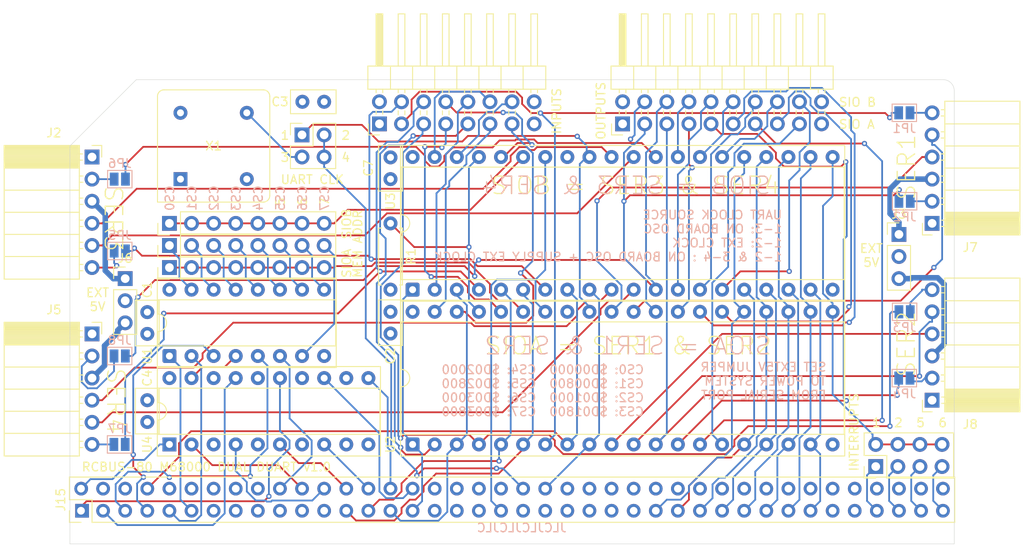
<source format=kicad_pcb>
(kicad_pcb (version 20241229) (generator "pcbnew") (generator_version "9.0")
  (layers (0 "F.Cu" signal) (4 "In1.Cu" power) (6 "In2.Cu" power) (2 "B.Cu" signal) (13 "F.Paste" user) (15 "B.Paste" user) (5 "F.SilkS" user "F.Silkscreen") (7 "B.SilkS" user "B.Silkscreen") (1 "F.Mask" user) (3 "B.Mask" user) (25 "Edge.Cuts" user))
  (net 0 "")
  (net 1 "+5V")
  (net 2 "GND")
  (net 3 "Net-(J1-Pin_4)")
  (net 4 "Net-(J1-Pin_6)")
  (net 5 "Net-(J1-Pin_7)")
  (net 6 "Net-(J1-Pin_5)")
  (net 7 "Net-(J1-Pin_1)")
  (net 8 "Net-(J1-Pin_3)")
  (net 9 "Net-(J1-Pin_2)")
  (net 10 "Net-(J1-Pin_8)")
  (net 11 "/EXT5V_3")
  (net 12 "/TXD3")
  (net 13 "/RXD3")
  (net 14 "/EXT5V_2")
  (net 15 "/EXT5V_4")
  (net 16 "/EXT5V_1")
  (net 17 "/OPA6")
  (net 18 "/OPA0")
  (net 19 "/OPB0")
  (net 20 "/OPA5")
  (net 21 "/OPB5")
  (net 22 "/OPB3")
  (net 23 "/D4")
  (net 24 "/A1")
  (net 26 "/D3")
  (net 27 "/D6")
  (net 28 "/A2")
  (net 29 "/OPA7")
  (net 30 "/D5")
  (net 31 "/D0")
  (net 32 "/A16")
  (net 33 "/OPA2")
  (net 34 "/D1")
  (net 35 "/D7")
  (net 36 "/D2")
  (net 37 "/A4")
  (net 38 "/~{RESET}")
  (net 39 "/OPB1")
  (net 40 "/OPB7")
  (net 41 "/A3")
  (net 42 "/OPB2")
  (net 43 "/OPB6")
  (net 44 "/OPA3")
  (net 45 "/A18")
  (net 46 "/OPB4")
  (net 47 "/OPA4")
  (net 48 "/OPA1")
  (net 49 "/RXD4")
  (net 50 "/TXD4")
  (net 51 "Net-(J7-Pin_6)")
  (net 52 "/TXD1")
  (net 53 "Net-(J7-Pin_2)")
  (net 54 "/RXD1")
  (net 55 "/RXD2")
  (net 56 "/TXD2")
  (net 57 "Net-(J8-Pin_6)")
  (net 58 "Net-(J8-Pin_2)")
  (net 59 "/~{SIOA_CS}")
  (net 60 "/IPB5")
  (net 61 "/IPB4")
  (net 62 "/IPA1")
  (net 63 "/IPA3")
  (net 64 "/IPA5")
  (net 65 "/IPB0")
  (net 66 "/IPB2")
  (net 67 "/IPA2")
  (net 68 "/IPB1")
  (net 69 "/IPA4")
  (net 70 "/IPA0")
  (net 71 "/IPB3")
  (net 72 "/~{SIOB_CS}")
  (net 73 "/~{INT5}")
  (net 74 "/~{INT1}")
  (net 75 "/~{INT2}")
  (net 76 "/~{INT6}")
  (net 77 "/UART_CLK")
  (net 78 "/~{INT}")
  (net 80 "/CLOCK2")
  (net 81 "/~{DTACK}")
  (net 82 "Net-(J2-Pin_6)")
  (net 83 "Net-(J2-Pin_2)")
  (net 84 "Net-(J5-Pin_6)")
  (net 85 "Net-(J5-Pin_2)")
  (net 86 "Net-(J14-Pin_3)")
  (net 87 "/A12")
  (net 90 "/A11")
  (net 91 "/A15")
  (net 92 "/A21")
  (net 95 "/A14")
  (net 98 "/~{AS}")
  (net 105 "/A20")
  (net 113 "/A23")
  (net 117 "/A22")
  (net 123 "/A13")
  (net 138 "/A19")
  (net 139 "/A17")
  (net 140 "/~{IACK}")
  (net 141 "Net-(U1-E1)")
  (net 142 "/R{slash}~{W}")
  (footprint "Connector_PinHeader_2.54mm:PinHeader_1x03_P2.54mm_Vertical" (layer "F.Cu") (at 179.07 85.09)
    (property "Reference" "J3")
    (property "Value" "Conn_01x03")
  )
  (footprint "Connector_PinHeader_2.54mm:PinHeader_2x04_P2.54mm_Vertical" (layer "F.Cu") (at 176.403 111.76 90)
    (property "Reference" "J12" (hide yes))
    (property "Value" "Conn_02x04_Odd_Even")
  )
  (footprint "Capacitor_THT:C_Disc_D5.0mm_W2.5mm_P2.50mm" (layer "F.Cu") (at 92.71 106.64 90)
    (property "Reference" "C4")
    (property "Value" "100n")
  )
  (footprint "Connector_PinHeader_2.54mm:PinHeader_1x08_P2.54mm_Vertical" (layer "F.Cu") (at 95.25 83.82 90)
    (property "Reference" "J11" (hide yes))
    (property "Value" "Conn_01x08")
  )
  (footprint "Capacitor_THT:C_Disc_D5.0mm_W2.5mm_P2.50mm" (layer "F.Cu") (at 92.71 96.52 90)
    (property "Reference" "C1")
    (property "Value" "100n")
  )
  (footprint "Connector_PinHeader_2.54mm:PinHeader_2x08_P2.54mm_Horizontal" (layer "F.Cu") (at 119.38 72.39 90)
    (property "Reference" "J10" (hide yes))
    (property "Value" "Conn_02x08_Odd_Even")
  )
  (footprint "Connector_PinHeader_2.54mm:PinHeader_1x08_P2.54mm_Vertical" (layer "F.Cu") (at 95.25 86.36 90)
    (property "Reference" "J1" (hide yes))
    (property "Value" "Conn_01x08")
  )
  (footprint "Connector_PinHeader_2.54mm:PinHeader_2x10_P2.54mm_Horizontal" (layer "F.Cu") (at 147.32 72.39 90)
    (property "Reference" "J4" (hide yes))
    (property "Value" "Conn_02x10_Odd_Even")
  )
  (footprint "Connector_PinSocket_2.54mm:PinSocket_1x06_P2.54mm_Horizontal" (layer "F.Cu") (at 182.88 83.82 180)
    (property "Reference" "J7")
    (property "Value" "Conn_01x06")
  )
  (footprint "MyLibrary2023:DIP-20_W7.62mm_Socket" (layer "F.Cu") (at 95.25 109.22 90)
    (property "Reference" "U4")
    (property "Value" "74LS688")
  )
  (footprint "Capacitor_THT:C_Disc_D5.0mm_W2.5mm_P2.50mm" (layer "F.Cu") (at 120.65 96.48 90)
    (property "Reference" "C2")
    (property "Value" "100n")
  )
  (footprint "Connector_PinHeader_2.54mm:PinHeader_1x08_P2.54mm_Vertical" (layer "F.Cu") (at 95.25 88.9 90)
    (property "Reference" "J9" (hide yes))
    (property "Value" "Conn_01x08")
  )
  (footprint "MyLibrary2023:RCBus_80p_Medium" (layer "F.Cu") (at 83.82 120.65)
    (property "Reference" "J15")
    (property "Value" "RCBus_80PIN_68000")
    (fp_line (start 0 -45.72) (end 0 0) (stroke (width 0.05)) (layer "Edge.Cuts"))
    (fp_line (start 0 0) (end 101.6 0) (stroke (width 0.05)) (layer "Edge.Cuts"))
    (fp_line (start 7.62 -53.34) (end 0 -45.72) (stroke (width 0.05)) (layer "Edge.Cuts"))
    (fp_line (start 100.33 -53.34) (end 7.62 -53.34) (stroke (width 0.05)) (layer "Edge.Cuts"))
    (fp_line (start 101.6 0) (end 101.6 -52.07) (stroke (width 0.05)) (layer "Edge.Cuts"))
    (fp_arc (start 100.33 -53.34) (mid 101.228026 -52.968026) (end 101.6 -52.07) (stroke (width 0.05)) (layer "Edge.Cuts"))
  )
  (footprint "Capacitor_THT:C_Disc_D5.0mm_W2.5mm_P2.50mm" (layer "F.Cu") (at 113.03 69.85 180)
    (property "Reference" "C3")
    (property "Value" "100n")
  )
  (footprint "Connector_PinHeader_2.54mm:PinHeader_1x03_P2.54mm_Vertical" (layer "F.Cu") (at 90.17 90.17)
    (property "Reference" "J6")
    (property "Value" "Conn_01x03")
  )
  (footprint "Connector_PinSocket_2.54mm:PinSocket_1x06_P2.54mm_Horizontal" (layer "F.Cu") (at 86.36 76.2)
    (property "Reference" "J2")
    (property "Value" "Conn_01x06")
  )
  (footprint "Oscillator:Oscillator_DIP-8" (layer "F.Cu") (at 96.52 78.74)
    (property "Reference" "X1")
    (property "Value" "CXO_DIP8")
  )
  (footprint "Package_DIP:DIP-40_W15.24mm_Socket" (layer "F.Cu") (at 123.19 109.22 90)
    (property "Reference" "U2")
    (property "Value" "68681P")
  )
  (footprint "Capacitor_THT:C_Disc_D5.0mm_W2.5mm_P2.50mm" (layer "F.Cu") (at 120.65 78.74 90)
    (property "Reference" "C7")
    (property "Value" "100n")
  )
  (footprint "Package_DIP:DIP-40_W15.24mm_Socket" (layer "F.Cu") (at 123.19 91.44 90)
    (property "Reference" "U3")
    (property "Value" "68681P")
  )
  (footprint "Package_DIP:DIP-16_W7.62mm_Socket" (layer "F.Cu") (at 95.25 99.06 90)
    (property "Reference" "U1")
    (property "Value" "74LS138")
  )
  (footprint "Connector_PinHeader_2.54mm:PinHeader_2x02_P2.54mm_Vertical" (layer "F.Cu") (at 110.485 73.655)
    (property "Reference" "J14" (hide yes))
    (property "Value" "Conn_02x02_Odd_Even")
  )
  (footprint "Connector_PinSocket_2.54mm:PinSocket_1x06_P2.54mm_Horizontal" (layer "F.Cu") (at 86.36 96.52)
    (property "Reference" "J5")
    (property "Value" "Conn_01x06")
  )
  (footprint "Resistor_THT:R_Axial_DIN0207_L6.3mm_D2.5mm_P7.62mm_Horizontal" (layer "F.Cu") (at 120.65 83.82 -90)
    (property "Reference" "R1")
    (property "Value" "10K")
  )
  (footprint "Connector_PinSocket_2.54mm:PinSocket_1x06_P2.54mm_Horizontal" (layer "F.Cu") (at 182.88 104.14 180)
    (property "Reference" "J8")
    (property "Value" "Conn_01x06")
  )
  (footprint "Jumper:SolderJumper-2_P1.3mm_Open_Pad1.0x1.5mm" (layer "B.Cu") (at 89.535 99.06 180)
    (property "Reference" "JP8")
    (property "Value" "SolderJumper")
  )
  (footprint "Jumper:SolderJumper-2_P1.3mm_Open_Pad1.0x1.5mm" (layer "B.Cu") (at 179.72 81.28)
    (property "Reference" "JP2")
    (property "Value" "SolderJumper")
  )
  (footprint "Jumper:SolderJumper-2_P1.3mm_Open_Pad1.0x1.5mm" (layer "B.Cu") (at 179.69 71.12)
    (property "Reference" "JP1")
    (property "Value" "SolderJumper")
  )
  (footprint "Jumper:SolderJumper-2_P1.3mm_Open_Pad1.0x1.5mm" (layer "B.Cu") (at 179.69 101.6)
    (property "Reference" "JP4")
    (property "Value" "SolderJumper")
  )
  (footprint "Jumper:SolderJumper-2_P1.3mm_Open_Pad1.0x1.5mm" (layer "B.Cu") (at 89.55 78.74 180)
    (property "Reference" "JP6")
    (property "Value" "SolderJumper")
  )
  (footprint "Jumper:SolderJumper-2_P1.3mm_Open_Pad1.0x1.5mm" (layer "B.Cu") (at 179.72 93.98)
    (property "Reference" "JP3")
    (property "Value" "SolderJumper")
  )
  (footprint "Jumper:SolderJumper-2_P1.3mm_Open_Pad1.0x1.5mm" (layer "B.Cu") (at 89.55 86.995 180)
    (property "Reference" "JP5")
    (property "Value" "SolderJumper")
  )
  (footprint "Jumper:SolderJumper-2_P1.3mm_Open_Pad1.0x1.5mm" (layer "B.Cu") (at 89.52 109.22 180)
    (property "Reference" "JP7")
    (property "Value" "SolderJumper")
  )
  (gr_text "SER1" (at 181.12 81.28 90) (layer "F.SilkS") (effects (font (size 2 2)) (justify left bottom)))
  (gr_text "INPUTS" (at 140.335 73.66 90) (layer "F.SilkS") (effects (font (size 1 1)) (justify left bottom)))
  (gr_text "2" (at 178.435 107.315 0) (layer "F.SilkS") (effects (font (size 1 1)) (justify left bottom)))
  (gr_text "1" (at 107.95 74.295 0) (layer "F.SilkS") (effects (font (size 1 1)) (justify left bottom)))
  (gr_text "EXT\n5V" (at 86.995 93.98 0) (layer "F.SilkS") (effects (font (size 1 1)) (justify bottom)))
  (gr_text "3" (at 107.95 76.835 0) (layer "F.SilkS") (effects (font (size 1 1)) (justify left bottom)))
  (gr_text "SIOB = SER3 & SER4" (at 132.08 80.645 0) (layer "F.SilkS") (effects (font (size 2 2)) (justify left bottom)))
  (gr_text "1" (at 175.895 107.315 0) (layer "F.SilkS") (effects (font (size 1 1)) (justify left bottom)))
  (gr_text "SIO A" (at 172.085 73.025 0) (layer "F.SilkS") (effects (font (size 1 1)) (justify left bottom)))
  (gr_text "SIOA" (at 116.205 90.17 90) (layer "F.SilkS") (effects (font (size 1 1)) (justify left bottom)))
  (gr_text "RCBUS-80 M68000 DUAL DUART v1.0" (at 85.09 112.395 0) (layer "F.SilkS") (effects (font (size 1 1)) (justify left bottom)))
  (gr_text "7" (at 113.665 81.915 90) (layer "F.SilkS") (effects (font (size 1 1)) (justify left bottom)))
  (gr_text "2" (at 114.935 74.295 0) (layer "F.SilkS") (effects (font (size 1 1)) (justify left bottom)))
  (gr_text "MEM ADDR" (at 117.475 90.17 90) (layer "F.SilkS") (effects (font (size 1 1)) (justify left bottom)))
  (gr_text "5" (at 180.975 107.315 0) (layer "F.SilkS") (effects (font (size 1 1)) (justify left bottom)))
  (gr_text "EXT\n5V" (at 175.895 88.9 0) (layer "F.SilkS") (effects (font (size 1 1)) (justify bottom)))
  (gr_text "SIOA = SER1 & SER2" (at 131.445 99.06 0) (layer "F.SilkS") (effects (font (size 2 2)) (justify left bottom)))
  (gr_text "SER3" (at 87.63 79.375 -90) (layer "F.SilkS") (effects (font (size 2 2)) (justify left bottom)))
  (gr_text "OUTPUTS" (at 145.415 74.295 90) (layer "F.SilkS") (effects (font (size 1 1)) (justify left bottom)))
  (gr_text "4" (at 114.935 76.835 0) (layer "F.SilkS") (effects (font (size 1 1)) (justify left bottom)))
  (gr_text "SIOB" (at 116.205 85.725 90) (layer "F.SilkS") (effects (font (size 1 1)) (justify left bottom)))
  (gr_text "5" (at 108.585 81.915 90) (layer "F.SilkS") (effects (font (size 1 1)) (justify left bottom)))
  (gr_text "SER4" (at 87.9 100.31 -90) (layer "F.SilkS") (effects (font (size 2 2)) (justify left bottom)))
  (gr_text "SIO B" (at 172.085 70.485 0) (layer "F.SilkS") (effects (font (size 1 1)) (justify left bottom)))
  (gr_text "6" (at 111.125 81.915 90) (layer "F.SilkS") (effects (font (size 1 1)) (justify left bottom)))
  (gr_text "6" (at 183.515 107.315 0) (layer "F.SilkS") (effects (font (size 1 1)) (justify left bottom)))
  (gr_text "UART CLK" (at 107.95 79.375 0) (layer "F.SilkS") (effects (font (size 1 1)) (justify left bottom)))
  (gr_text "INTERRUPTS" (at 174.498 112.395 90) (layer "F.SilkS") (effects (font (size 1 1)) (justify left bottom)))
  (gr_text "SER2" (at 181.09 101.6 90) (layer "F.SilkS") (effects (font (size 2 2)) (justify left bottom)))
  (gr_text "SET EXT5V JUMPER\nTO POWER SYSTEM\nFROM SERIAL PORT" (at 170.815 104.14 0) (layer "B.SilkS") (effects (font (size 1 1)) (justify left bottom mirror)))
  (gr_text "CS0" (at 95.885 79.375 90) (layer "B.SilkS") (effects (font (size 1 1)) (justify left bottom mirror)))
  (gr_text "CS0: $D00000  CS4: $D02000\nCS1: $D00800  CS5: $D02800\nCS2: $D01000  CS6: $D03000\nCS3: $D01800  CS7: $D03800" (at 149.86 106.045 0) (layer "B.SilkS") (effects (font (size 1 1)) (justify left bottom mirror)))
  (gr_text "JLCJLCJLCJLC" (at 140.97 119.38 0) (layer "B.SilkS") (effects (font (size 1 1)) (justify left bottom mirror)))
  (gr_text "UART CLOCK SOURCE\n1-3: ON BOARD OSC\n1-2: EXT CLOCK\n1-2 & 3-4 : ON BOARD OSC + SUPPLY EXT CLOCK" (at 165.735 88.265 0) (layer "B.SilkS") (effects (font (size 1 1)) (justify left bottom mirror)))
  (gr_text "CS4" (at 106.045 79.375 90) (layer "B.SilkS") (effects (font (size 1 1)) (justify left bottom mirror)))
  (gr_text "CS5" (at 108.585 79.375 90) (layer "B.SilkS") (effects (font (size 1 1)) (justify left bottom mirror)))
  (gr_text "CS3" (at 103.505 79.375 90) (layer "B.SilkS") (effects (font (size 1 1)) (justify left bottom mirror)))
  (gr_text "SIOA = SER1 & SER2" (at 164.465 99.06 0) (layer "B.SilkS") (effects (font (size 2 2)) (justify left bottom mirror)))
  (gr_text "CS6" (at 111.125 79.375 90) (layer "B.SilkS") (effects (font (size 1 1)) (justify left bottom mirror)))
  (gr_text "CS2" (at 100.965 79.375 90) (layer "B.SilkS") (effects (font (size 1 1)) (justify left bottom mirror)))
  (gr_text "SIOB = SER3 & SER4" (at 164.465 80.645 0) (layer "B.SilkS") (effects (font (size 2 2)) (justify left bottom mirror)))
  (gr_text "CS7" (at 113.665 79.375 90) (layer "B.SilkS") (effects (font (size 1 1)) (justify left bottom mirror)))
  (gr_text "CS1" (at 98.425 79.375 90) (layer "B.SilkS") (effects (font (size 1 1)) (justify left bottom mirror)))
  (segment (start 104.0233 87.5133) (end 104.0233 90.0533) (width 0.2032) (layer "B.Cu") (net 3))
  (segment (start 102.87 86.36) (end 104.0233 87.5133) (width 0.2032) (layer "B.Cu") (net 3))
  (segment (start 104.0233 90.0533) (end 105.41 91.44) (width 0.2032) (layer "B.Cu") (net 3))
  (segment (start 109.1033 90.0533) (end 110.49 91.44) (width 0.2032) (layer "B.Cu") (net 4))
  (segment (start 109.1033 87.5133) (end 109.1033 90.0533) (width 0.2032) (layer "B.Cu") (net 4))
  (segment (start 107.95 86.36) (end 109.1033 87.5133) (width 0.2032) (layer "B.Cu") (net 4))
  (segment (start 110.49 86.36) (end 111.6433 87.5133) (width 0.2032) (layer "B.Cu") (net 5))
  (segment (start 111.6433 87.5133) (end 111.6433 90.0533) (width 0.2032) (layer "B.Cu") (net 5))
  (segment (start 111.6433 90.0533) (end 113.03 91.44) (width 0.2032) (layer "B.Cu") (net 5))
  (segment (start 106.5633 87.5133) (end 106.5633 90.0533) (width 0.2032) (layer "B.Cu") (net 6))
  (segment (start 106.5633 90.0533) (end 107.95 91.44) (width 0.2032) (layer "B.Cu") (net 6))
  (segment (start 105.41 86.36) (end 106.5633 87.5133) (width 0.2032) (layer "B.Cu") (net 6))
  (segment (start 96.4033 87.8737) (end 96.4033 90.0533) (width 0.2032) (layer "B.Cu") (net 7))
  (segment (start 95.25 86.7204) (end 96.4033 87.8737) (width 0.2032) (layer "B.Cu") (net 7))
  (segment (start 95.25 86.36) (end 95.25 86.7204) (width 0.2032) (layer "B.Cu") (net 7))
  (segment (start 96.4033 90.0533) (end 97.79 91.44) (width 0.2032) (layer "B.Cu") (net 7))
  (segment (start 101.4833 90.0533) (end 102.87 91.44) (width 0.2032) (layer "B.Cu") (net 8))
  (segment (start 100.33 86.36) (end 101.4833 87.5133) (width 0.2032) (layer "B.Cu") (net 8))
  (segment (start 101.4833 87.5133) (end 101.4833 90.0533) (width 0.2032) (layer "B.Cu") (net 8))
  (segment (start 97.79 86.36) (end 98.9433 87.5133) (width 0.2032) (layer "B.Cu") (net 9))
  (segment (start 98.9433 87.5133) (end 98.9433 90.0533) (width 0.2032) (layer "B.Cu") (net 9))
  (segment (start 98.9433 90.0533) (end 100.33 91.44) (width 0.2032) (layer "B.Cu") (net 9))
  (segment (start 114.1833 87.5133) (end 114.1833 95.3667) (width 0.2032) (layer "B.Cu") (net 10))
  (segment (start 113.03 86.36) (end 114.1833 87.5133) (width 0.2032) (layer "B.Cu") (net 10))
  (segment (start 114.1833 95.3667) (end 110.49 99.06) (width 0.2032) (layer "B.Cu") (net 10))
  (segment (start 87.8808 89.25) (end 87.8808 82.8008) (width 0.635) (layer "B.Cu") (net 11))
  (segment (start 88.8008 90.17) (end 87.8808 89.25) (width 0.635) (layer "B.Cu") (net 11))
  (segment (start 87.8808 82.8008) (end 86.36 81.28) (width 0.635) (layer "B.Cu") (net 11))
  (segment (start 90.17 90.17) (end 88.8008 90.17) (width 0.635) (layer "B.Cu") (net 11))
  (segment (start 117.7011 85.2067) (end 88.6666 85.2067) (width 0.2032) (layer "F.Cu") (net 12))
  (segment (start 120.2411 82.6667) (end 117.7011 85.2067) (width 0.2032) (layer "F.Cu") (net 12))
  (segment (start 86.36 86.36) (end 87.5133 86.36) (width 0.2032) (layer "F.Cu") (net 12))
  (segment (start 148.5667 76.2) (end 142.1 82.6667) (width 0.2032) (layer "F.Cu") (net 12))
  (segment (start 88.6666 85.2067) (end 87.5133 86.36) (width 0.2032) (layer "F.Cu") (net 12))
  (segment (start 142.1 82.6667) (end 120.2411 82.6667) (width 0.2032) (layer "F.Cu") (net 12))
  (segment (start 144.9094 75.0594) (end 146.05 76.2) (width 0.2032) (layer "F.Cu") (net 13))
  (segment (start 134.4533 76.05) (end 135.4438 75.0595) (width 0.2032) (layer "F.Cu") (net 13))
  (segment (start 136.3205 75.0594) (end 136.6549 75.3938) (width 0.2032) (layer "F.Cu") (net 13))
  (segment (start 91.49 79.8433) (end 131.2974 79.8433) (width 0.2032) (layer "F.Cu") (net 13))
  (segment (start 134.4533 76.6874) (end 134.4533 76.05) (width 0.2032) (layer "F.Cu") (net 13))
  (segment (start 135.4438 75.0595) (end 135.4438 75.0594) (width 0.2032) (layer "F.Cu") (net 13))
  (segment (start 136.6549 75.3938) (end 137.1546 75.3938) (width 0.2032) (layer "F.Cu") (net 13))
  (segment (start 86.36 83.82) (end 87.5133 83.82) (width 0.2032) (layer "F.Cu") (net 13))
  (segment (start 87.5133 83.82) (end 91.49 79.8433) (width 0.2032) (layer "F.Cu") (net 13))
  (segment (start 135.4438 75.0594) (end 136.3205 75.0594) (width 0.2032) (layer "F.Cu") (net 13))
  (segment (start 137.489 75.0594) (end 144.9094 75.0594) (width 0.2032) (layer "F.Cu") (net 13))
  (segment (start 137.1546 75.3938) (end 137.489 75.0594) (width 0.2032) (layer "F.Cu") (net 13))
  (segment (start 131.2974 79.8433) (end 134.4533 76.6874) (width 0.2032) (layer "F.Cu") (net 13))
  (segment (start 180.4392 90.17) (end 180.5392 90.07) (width 0.635) (layer "B.Cu") (net 14))
  (segment (start 180.5392 90.07) (end 183.5133 90.07) (width 0.635) (layer "B.Cu") (net 14))
  (segment (start 184.2556 90.8123) (end 184.2556 97.6844) (width 0.635) (layer "B.Cu") (net 14))
  (segment (start 184.2556 97.6844) (end 182.88 99.06) (width 0.635) (layer "B.Cu") (net 14))
  (segment (start 179.07 90.17) (end 180.4392 90.17) (width 0.635) (layer "B.Cu") (net 14))
  (segment (start 183.5133 90.07) (end 184.2556 90.8123) (width 0.635) (layer "B.Cu") (net 14))
  (segment (start 89.3143 96.36245) (end 87.7976 97.87915) (width 0.635) (layer "B.Cu") (net 15))
  (segment (start 87.7976 97.87915) (end 87.7976 100.1624) (width 0.635) (layer "B.Cu") (net 15))
  (segment (start 87.7976 100.1624) (end 86.36 101.6) (width 0.635) (layer "B.Cu") (net 15))
  (segment (start 89.3143 96.1057) (end 89.3143 96.36245) (width 0.635) (layer "B.Cu") (net 15))
  (segment (start 90.17 95.25) (end 89.3143 96.1057) (width 0.635) (layer "B.Cu") (net 15))
  (segment (start 179.07 85.09) (end 179.07 83.7208) (width 0.635) (layer "B.Cu") (net 16))
  (segment (start 178.0508 82.7016) (end 179.07 83.7208) (width 0.635) (layer "B.Cu") (net 16))
  (segment (start 179.164 78.74) (end 182.88 78.74) (width 0.635) (layer "B.Cu") (net 16))
  (segment (start 178.0508 79.8532) (end 178.0508 82.7016) (width 0.635) (layer "B.Cu") (net 16))
  (segment (start 179.164 78.74) (end 178.0508 79.8532) (width 0.635) (layer "B.Cu") (net 16))
  (segment (start 171.935 95.098) (end 173.3233 93.7097) (width 0.2032) (layer "F.Cu") (net 17))
  (segment (start 159.868 95.098) (end 171.935 95.098) (width 0.2032) (layer "F.Cu") (net 17))
  (segment (start 173.3233 93.7097) (end 173.3233 93.3955) (width 0.2032) (layer "F.Cu") (net 17))
  (segment (start 158.75 93.98) (end 159.868 95.098) (width 0.2032) (layer "F.Cu") (net 17))
  (via (at 173.3233 93.3955) (size 0.6) (drill 0.3) (layers "F.Cu" "B.Cu") (net 17))
  (segment (start 168.91 69.4491) (end 168.1259 68.665) (width 0.2032) (layer "B.Cu") (net 17))
  (segment (start 173.5726 74.1419) (end 170.5066 71.0759) (width 0.2032) (layer "B.Cu") (net 17))
  (segment (start 166.4105 71.0795) (end 165.1 72.39) (width 0.2032) (layer "B.Cu") (net 17))
  (segment (start 173.3233 93.3955) (end 173.5726 93.1462) (width 0.2032) (layer "B.Cu") (net 17))
  (segment (start 169.7525 71.0759) (end 168.91 70.2334) (width 0.2032) (layer "B.Cu") (net 17))
  (segment (start 170.5066 71.0759) (end 169.7525 71.0759) (width 0.2032) (layer "B.Cu") (net 17))
  (segment (start 166.4105 69.3775) (end 166.4105 71.0795) (width 0.2032) (layer "B.Cu") (net 17))
  (segment (start 168.91 70.2334) (end 168.91 69.4491) (width 0.2032) (layer "B.Cu") (net 17))
  (segment (start 167.123 68.665) (end 166.4105 69.3775) (width 0.2032) (layer "B.Cu") (net 17))
  (segment (start 168.1259 68.665) (end 167.123 68.665) (width 0.2032) (layer "B.Cu") (net 17))
  (segment (start 173.5726 93.1462) (end 173.5726 74.1419) (width 0.2032) (layer "B.Cu") (net 17))
  (segment (start 147.4738 81.28) (end 148.1596 80.5942) (width 0.2032) (layer "F.Cu") (net 18))
  (segment (start 178.4682 80.5942) (end 179.0971 79.9653) (width 0.2032) (layer "F.Cu") (net 18))
  (segment (start 148.1596 80.5942) (end 178.4682 80.5942) (width 0.2032) (layer "F.Cu") (net 18))
  (via (at 147.4738 81.28) (size 0.6) (drill 0.3) (layers "F.Cu" "B.Cu") (net 18))
  (via (at 179.0971 79.9653) (size 0.6) (drill 0.3) (layers "F.Cu" "B.Cu") (net 18))
  (segment (start 148.6533 74.75) (end 149.86 73.5433) (width 0.2032) (layer "B.Cu") (net 18))
  (segment (start 179.0971 79.9653) (end 179.0971 80.1996) (width 0.2032) (layer "B.Cu") (net 18))
  (segment (start 147.4738 81.28) (end 147.4738 75.7133) (width 0.2032) (layer "B.Cu") (net 18))
  (segment (start 150.0267 90.3369) (end 150.0267 92.8767) (width 0.2032) (layer "B.Cu") (net 18))
  (segment (start 147.4738 81.28) (end 147.4738 87.784) (width 0.2032) (layer "B.Cu") (net 18))
  (segment (start 179.0971 80.1996) (end 179.07 80.2267) (width 0.2032) (layer "B.Cu") (net 18))
  (segment (start 150.0267 92.8767) (end 151.13 93.98) (width 0.2032) (layer "B.Cu") (net 18))
  (segment (start 147.4738 87.784) (end 150.0267 90.3369) (width 0.2032) (layer "B.Cu") (net 18))
  (segment (start 179.07 81.28) (end 179.07 80.2267) (width 0.2032) (layer "B.Cu") (net 18))
  (segment (start 148.4371 74.75) (end 148.6533 74.75) (width 0.2032) (layer "B.Cu") (net 18))
  (segment (start 147.4738 75.7133) (end 148.4371 74.75) (width 0.2032) (layer "B.Cu") (net 18))
  (segment (start 149.86 73.5433) (end 149.86 72.39) (width 0.2032) (layer "B.Cu") (net 18))
  (segment (start 126.1871 77.3033) (end 125.273 77.3033) (width 0.2032) (layer "F.Cu") (net 19))
  (segment (start 133.1797 74.295) (end 132.378 75.0967) (width 0.2032) (layer "F.Cu") (net 19))
  (segment (start 124.6267 76.057) (end 123.5964 75.0267) (width 0.2032) (layer "F.Cu") (net 19))
  (segment (start 126.8333 76.0719) (end 126.8333 76.6571) (width 0.2032) (layer "F.Cu") (net 19))
  (segment (start 148.2312 74.5886) (end 148.2312 74.1467) (width 0.2032) (layer "F.Cu") (net 19))
  (segment (start 151.13 76.2) (end 149.5186 74.5886) (width 0.2032) (layer "F.Cu") (net 19))
  (segment (start 148.2312 74.5886) (end 137.556 74.5886) (width 0.2032) (layer "F.Cu") (net 19))
  (segment (start 127.8085 75.0967) (end 126.8333 76.0719) (width 0.2032) (layer "F.Cu") (net 19))
  (segment (start 132.378 75.0967) (end 127.8085 75.0967) (width 0.2032) (layer "F.Cu") (net 19))
  (segment (start 123.5964 75.0267) (end 92.2387 75.0267) (width 0.2032) (layer "F.Cu") (net 19))
  (segment (start 124.6267 76.657) (end 124.6267 76.057) (width 0.2032) (layer "F.Cu") (net 19))
  (segment (start 149.5186 74.5886) (end 148.2312 74.5886) (width 0.2032) (layer "F.Cu") (net 19))
  (segment (start 137.1511 74.1837) (end 135.0723 74.1837) (width 0.2032) (layer "F.Cu") (net 19))
  (segment (start 137.556 74.5886) (end 137.1511 74.1837) (width 0.2032) (layer "F.Cu") (net 19))
  (segment (start 135.0723 74.1837) (end 134.961 74.295) (width 0.2032) (layer "F.Cu") (net 19))
  (segment (start 125.273 77.3033) (end 124.6267 76.657) (width 0.2032) (layer "F.Cu") (net 19))
  (segment (start 134.961 74.295) (end 133.1797 74.295) (width 0.2032) (layer "F.Cu") (net 19))
  (segment (start 92.2387 75.0267) (end 90.2042 77.0612) (width 0.2032) (layer "F.Cu") (net 19))
  (segment (start 126.8333 76.6571) (end 126.1871 77.3033) (width 0.2032) (layer "F.Cu") (net 19))
  (via (at 90.2042 77.0612) (size 0.6) (drill 0.3) (layers "F.Cu" "B.Cu") (net 19))
  (via (at 148.2312 74.1467) (size 0.6) (drill 0.3) (layers "F.Cu" "B.Cu") (net 19))
  (segment (start 90.2 78.74) (end 90.2 77.6867) (width 0.2032) (layer "B.Cu") (net 19))
  (segment (start 90.2042 77.6825) (end 90.2042 77.0612) (width 0.2032) (layer "B.Cu") (net 19))
  (segment (start 149.86 69.85) (end 148.7067 71.0033) (width 0.2032) (layer "B.Cu") (net 19))
  (segment (start 90.2 77.6867) (end 90.2042 77.6825) (width 0.2032) (layer "B.Cu") (net 19))
  (segment (start 148.7067 71.0033) (end 148.7067 73.6712) (width 0.2032) (layer "B.Cu") (net 19))
  (segment (start 148.7067 73.6712) (end 148.2312 74.1467) (width 0.2032) (layer "B.Cu") (net 19))
  (segment (start 156.21 109.22) (end 158.9802 106.4498) (width 0.2032) (layer "F.Cu") (net 20))
  (segment (start 158.9802 106.4498) (end 177.1388 106.4498) (width 0.2032) (layer "F.Cu") (net 20))
  (segment (start 162.9633 72.6783) (end 164.9302 74.6452) (width 0.2032) (layer "F.Cu") (net 20))
  (segment (start 164.9302 74.6452) (end 175.1072 74.6452) (width 0.2032) (layer "F.Cu") (net 20))
  (segment (start 162.8483 72.6783) (end 162.9633 72.6783) (width 0.2032) (layer "F.Cu") (net 20))
  (segment (start 162.56 72.39) (end 162.8483 72.6783) (width 0.2032) (layer "F.Cu") (net 20))
  (via (at 177.1388 106.4498) (size 0.6) (drill 0.3) (layers "F.Cu" "B.Cu") (net 20))
  (via (at 175.1072 74.6452) (size 0.6) (drill 0.3) (layers "F.Cu" "B.Cu") (net 20))
  (segment (start 177.1388 76.6768) (end 175.1072 74.6452) (width 0.2032) (layer "B.Cu") (net 20))
  (segment (start 177.1388 106.4498) (end 177.1388 76.6768) (width 0.2032) (layer "B.Cu") (net 20))
  (segment (start 157.48 90.17) (end 156.21 91.44) (width 0.2032) (layer "B.Cu") (net 21))
  (segment (start 162.2716 70.88835) (end 161.4067 71.75325) (width 0.2032) (layer "B.Cu") (net 21))
  (segment (start 162.2716 70.1384) (end 162.2716 70.88835) (width 0.2032) (layer "B.Cu") (net 21))
  (segment (start 161.4067 72.7207) (end 160.5323 73.5951) (width 0.2032) (layer "B.Cu") (net 21))
  (segment (start 159.7745 73.5951) (end 157.48 75.8896) (width 0.2032) (layer "B.Cu") (net 21))
  (segment (start 162.56 69.85) (end 162.2716 70.1384) (width 0.2032) (layer "B.Cu") (net 21))
  (segment (start 161.4067 71.75325) (end 161.4067 72.7207) (width 0.2032) (layer "B.Cu") (net 21))
  (segment (start 157.48 75.8896) (end 157.48 90.17) (width 0.2032) (layer "B.Cu") (net 21))
  (segment (start 160.5323 73.5951) (end 159.7745 73.5951) (width 0.2032) (layer "B.Cu") (net 21))
  (segment (start 154.9385 74.3215) (end 154.9385 76.9423) (width 0.2032) (layer "B.Cu") (net 22))
  (segment (start 157.48 69.85) (end 156.3267 71.0033) (width 0.2032) (layer "B.Cu") (net 22))
  (segment (start 153.67 78.2108) (end 153.67 91.44) (width 0.2032) (layer "B.Cu") (net 22))
  (segment (start 156.3267 71.0033) (end 156.3267 72.9333) (width 0.2032) (layer "B.Cu") (net 22))
  (segment (start 156.3267 72.9333) (end 154.9385 74.3215) (width 0.2032) (layer "B.Cu") (net 22))
  (segment (start 154.9385 76.9423) (end 153.67 78.2108) (width 0.2032) (layer "B.Cu") (net 22))
  (segment (start 162.56 112.3433) (end 162.56 115.57) (width 0.2032) (layer "B.Cu") (net 23))
  (segment (start 165.1 109.8033) (end 162.56 112.3433) (width 0.2032) (layer "B.Cu") (net 23))
  (segment (start 165.2629 77.3071) (end 166.37 76.2) (width 0.2032) (layer "B.Cu") (net 23))
  (segment (start 165.1 108.5205) (end 165.1 109.8033) (width 0.2032) (layer "B.Cu") (net 23))
  (segment (start 166.37 93.3578) (end 165.2629 92.2507) (width 0.2032) (layer "B.Cu") (net 23))
  (segment (start 166.37 93.98) (end 166.37 107.2505) (width 0.2032) (layer "B.Cu") (net 23))
  (segment (start 162.56 115.57) (end 161.29 116.84) (width 0.2032) (layer "B.Cu") (net 23))
  (segment (start 165.2629 92.2507) (end 165.2629 77.3071) (width 0.2032) (layer "B.Cu") (net 23))
  (segment (start 166.37 107.2505) (end 165.1 108.5205) (width 0.2032) (layer "B.Cu") (net 23))
  (segment (start 123.19 109.0328) (end 122.0712 107.914) (width 0.2032) (layer "B.Cu") (net 24))
  (segment (start 122.0712 92.5588) (end 123.19 91.44) (width 0.2032) (layer "B.Cu") (net 24))
  (segment (start 124.2825 110.3125) (end 123.19 109.22) (width 0.2032) (layer "B.Cu") (net 24))
  (segment (start 124.2825 115.7475) (end 124.2825 110.3125) (width 0.2032) (layer "B.Cu") (net 24))
  (segment (start 122.0712 107.914) (end 122.0712 92.5588) (width 0.2032) (layer "B.Cu") (net 24))
  (segment (start 123.19 116.84) (end 124.2825 115.7475) (width 0.2032) (layer "B.Cu") (net 24))
  (segment (start 160.02 115.57) (end 160.02 113.03) (width 0.2032) (layer "B.Cu") (net 26))
  (segment (start 158.75 116.84) (end 160.02 115.57) (width 0.2032) (layer "B.Cu") (net 26))
  (segment (start 163.83 91.44) (end 164.9412 92.5512) (width 0.2032) (layer "B.Cu") (net 26))
  (segment (start 164.9412 108.0667) (end 163.83 109.1779) (width 0.2032) (layer "B.Cu") (net 26))
  (segment (start 160.02 113.03) (end 163.83 109.22) (width 0.2032) (layer "B.Cu") (net 26))
  (segment (start 164.9412 92.5512) (end 164.9412 108.0667) (width 0.2032) (layer "B.Cu") (net 26))
  (segment (start 167.64 115.57) (end 167.64 108.5205) (width 0.2032) (layer "B.Cu") (net 27))
  (segment (start 167.64 108.5205) (end 168.91 107.2505) (width 0.2032) (layer "B.Cu") (net 27))
  (segment (start 168.91 93.4056) (end 167.7987 92.2943) (width 0.2032) (layer "B.Cu") (net 27))
  (segment (start 168.91 77.5495) (end 168.91 76.2) (width 0.2032) (layer "B.Cu") (net 27))
  (segment (start 167.7987 78.6608) (end 168.91 77.5495) (width 0.2032) (layer "B.Cu") (net 27))
  (segment (start 167.7987 92.2943) (end 167.7987 78.6608) (width 0.2032) (layer "B.Cu") (net 27))
  (segment (start 168.91 107.2505) (end 168.91 93.98) (width 0.2032) (layer "B.Cu") (net 27))
  (segment (start 166.37 116.84) (end 167.64 115.57) (width 0.2032) (layer "B.Cu") (net 27))
  (segment (start 128.27 109.22) (end 129.4231 108.0669) (width 0.2032) (layer "B.Cu") (net 28))
  (segment (start 120.65 116.84) (end 121.7982 117.9882) (width 0.2032) (layer "B.Cu") (net 28))
  (segment (start 129.4231 93.229) (end 128.27 92.0759) (width 0.2032) (layer "B.Cu") (net 28))
  (segment (start 127.1793 116.9638) (end 127.1793 110.3107) (width 0.2032) (layer "B.Cu") (net 28))
  (segment (start 121.7982 117.9882) (end 126.1549 117.9882) (width 0.2032) (layer "B.Cu") (net 28))
  (segment (start 127.1793 110.3107) (end 128.27 109.22) (width 0.2032) (layer "B.Cu") (net 28))
  (segment (start 129.4231 108.0669) (end 129.4231 93.229) (width 0.2032) (layer "B.Cu") (net 28))
  (segment (start 126.1549 117.9882) (end 127.1793 116.9638) (width 0.2032) (layer "B.Cu") (net 28))
  (segment (start 159.4482 88.8213) (end 157.6228 90.6467) (width 0.2032) (layer "B.Cu") (net 29))
  (segment (start 159.4482 77.9663) (end 159.4482 88.8213) (width 0.2032) (layer "B.Cu") (net 29))
  (segment (start 161.2584 74.6664) (end 160.1696 75.7552) (width 0.2032) (layer "B.Cu") (net 29))
  (segment (start 160.1696 75.7552) (end 160.1696 77.2449) (width 0.2032) (layer "B.Cu") (net 29))
  (segment (start 167.64 72.39) (end 165.3636 74.6664) (width 0.2032) (layer "B.Cu") (net 29))
  (segment (start 157.6228 108.0928) (end 158.75 109.22) (width 0.2032) (layer "B.Cu") (net 29))
  (segment (start 160.1696 77.2449) (end 159.4482 77.9663) (width 0.2032) (layer "B.Cu") (net 29))
  (segment (start 157.6228 90.6467) (end 157.6228 108.0928) (width 0.2032) (layer "B.Cu") (net 29))
  (segment (start 165.3636 74.6664) (end 161.2584 74.6664) (width 0.2032) (layer "B.Cu") (net 29))
  (segment (start 166.37 91.44) (end 167.4887 92.5587) (width 0.2032) (layer "B.Cu") (net 30))
  (segment (start 167.4887 92.5587) (end 167.4887 108.0536) (width 0.2032) (layer "B.Cu") (net 30))
  (segment (start 165.1 110.49) (end 165.1 115.57) (width 0.2032) (layer "B.Cu") (net 30))
  (segment (start 166.37 109.22) (end 165.1 110.49) (width 0.2032) (layer "B.Cu") (net 30))
  (segment (start 167.4887 108.0536) (end 166.37 109.1723) (width 0.2032) (layer "B.Cu") (net 30))
  (segment (start 165.1 115.57) (end 163.83 116.84) (width 0.2032) (layer "B.Cu") (net 30))
  (segment (start 158.8965 110.7155) (end 159.8772 109.7348) (width 0.2032) (layer "B.Cu") (net 31))
  (segment (start 159.8772 109.7348) (end 159.8772 95.3928) (width 0.2032) (layer "B.Cu") (net 31))
  (segment (start 160.1696 92.8596) (end 161.29 93.98) (width 0.2032) (layer "B.Cu") (net 31))
  (segment (start 153.9936 115.57) (end 154.94 114.6236) (width 0.2032) (layer "B.Cu") (net 31))
  (segment (start 154.94 114.6236) (end 154.94 113.9856) (width 0.2032) (layer "B.Cu") (net 31))
  (segment (start 152.4 115.57) (end 153.9936 115.57) (width 0.2032) (layer "B.Cu") (net 31))
  (segment (start 161.29 76.2) (end 161.29 78.0522) (width 0.2032) (layer "B.Cu") (net 31))
  (segment (start 160.1696 79.1726) (end 160.1696 92.8596) (width 0.2032) (layer "B.Cu") (net 31))
  (segment (start 159.8772 95.3928) (end 161.29 93.98) (width 0.2032) (layer "B.Cu") (net 31))
  (segment (start 161.29 78.0522) (end 160.1696 79.1726) (width 0.2032) (layer "B.Cu") (net 31))
  (segment (start 158.2101 110.7155) (end 158.8965 110.7155) (width 0.2032) (layer "B.Cu") (net 31))
  (segment (start 151.13 116.84) (end 152.4 115.57) (width 0.2032) (layer "B.Cu") (net 31))
  (segment (start 154.94 113.9856) (end 158.2101 110.7155) (width 0.2032) (layer "B.Cu") (net 31))
  (segment (start 85.09 116.3843) (end 85.725 115.7493) (width 0.2032) (layer "F.Cu") (net 32))
  (segment (start 85.09 116.84) (end 85.09 116.3843) (width 0.2032) (layer "F.Cu") (net 32))
  (segment (start 106.1135 115.7493) (end 106.6801 115.1827) (width 0.2032) (layer "F.Cu") (net 32))
  (segment (start 85.725 115.7493) (end 106.1135 115.7493) (width 0.2032) (layer "F.Cu") (net 32))
  (via (at 106.6801 115.1827) (size 0.6) (drill 0.3) (layers "F.Cu" "B.Cu") (net 32))
  (segment (start 106.6801 115.1827) (end 106.6801 112.0503) (width 0.2032) (layer "B.Cu") (net 32))
  (segment (start 109.0533 108.7629) (end 107.95 107.6596) (width 0.2032) (layer "B.Cu") (net 32))
  (segment (start 106.6801 112.0503) (end 109.0533 109.6771) (width 0.2032) (layer "B.Cu") (net 32))
  (segment (start 107.95 107.6596) (end 107.95 101.6) (width 0.2032) (layer "B.Cu") (net 32))
  (segment (start 109.0533 109.6771) (end 109.0533 108.7629) (width 0.2032) (layer "B.Cu") (net 32))
  (segment (start 154.94 72.39) (end 154.9401 72.39) (width 0.2032) (layer "F.Cu") (net 33))
  (segment (start 154.9401 72.39) (end 154.9401 77.053) (width 0.2032) (layer "F.Cu") (net 33))
  (segment (start 154.9401 77.053) (end 155.3105 77.4234) (width 0.2032) (layer "F.Cu") (net 33))
  (via (at 155.3105 77.4234) (size 0.6) (drill 0.3) (layers "F.Cu" "B.Cu") (net 33))
  (segment (start 154.94 77.7939) (end 155.3105 77.4234) (width 0.2032) (layer "B.Cu") (net 33))
  (segment (start 154.94 92.71) (end 154.94 77.7939) (width 0.2032) (layer "B.Cu") (net 33))
  (segment (start 153.67 93.98) (end 154.94 92.71) (width 0.2032) (layer "B.Cu") (net 33))
  (segment (start 153.67 116.84) (end 154.94 115.57) (width 0.2032) (layer "F.Cu") (net 34))
  (segment (start 158.19 110.7356) (end 159.7744 110.7356) (width 0.2032) (layer "F.Cu") (net 34))
  (segment (start 154.94 115.57) (end 154.94 113.9856) (width 0.2032) (layer "F.Cu") (net 34))
  (segment (start 154.94 113.9856) (end 158.19 110.7356) (width 0.2032) (layer "F.Cu") (net 34))
  (segment (start 159.7744 110.7356) (end 161.29 109.22) (width 0.2032) (layer "F.Cu") (net 34))
  (segment (start 162.4324 108.0776) (end 162.4324 92.5824) (width 0.2032) (layer "B.Cu") (net 34))
  (segment (start 162.4324 92.5824) (end 161.29 91.44) (width 0.2032) (layer "B.Cu") (net 34))
  (segment (start 161.29 109.22) (end 162.4324 108.0776) (width 0.2032) (layer "B.Cu") (net 34))
  (segment (start 170.0212 115.7288) (end 168.91 116.84) (width 0.2032) (layer "B.Cu") (net 35))
  (segment (start 170.0373 108.0927) (end 170.0373 92.5673) (width 0.2032) (layer "B.Cu") (net 35))
  (segment (start 168.91 109.22) (end 170.0212 110.3312) (width 0.2032) (layer "B.Cu") (net 35))
  (segment (start 168.91 109.22) (end 170.0373 108.0927) (width 0.2032) (layer "B.Cu") (net 35))
  (segment (start 170.0212 110.3312) (end 170.0212 115.7288) (width 0.2032) (layer "B.Cu") (net 35))
  (segment (start 170.0373 92.5673) (end 168.91 91.44) (width 0.2032) (layer "B.Cu") (net 35))
  (segment (start 162.7267 109.383) (end 162.7267 108.4172) (width 0.2032) (layer "B.Cu") (net 36))
  (segment (start 157.6519 113.8136) (end 158.4266 113.0389) (width 0.2032) (layer "B.Cu") (net 36))
  (segment (start 157.6519 115.3981) (end 157.6519 113.8136) (width 0.2032) (layer "B.Cu") (net 36))
  (segment (start 162.7267 108.4172) (end 163.83 107.3139) (width 0.2032) (layer "B.Cu") (net 36))
  (segment (start 163.83 107.3139) (end 163.83 93.98) (width 0.2032) (layer "B.Cu") (net 36))
  (segment (start 162.7227 77.3073) (end 163.83 76.2) (width 0.2032) (layer "B.Cu") (net 36))
  (segment (start 163.83 93.4056) (end 162.7227 92.2983) (width 0.2032) (layer "B.Cu") (net 36))
  (segment (start 158.4266 113.0389) (end 159.0708 113.0389) (width 0.2032) (layer "B.Cu") (net 36))
  (segment (start 156.21 116.84) (end 157.6519 115.3981) (width 0.2032) (layer "B.Cu") (net 36))
  (segment (start 159.0708 113.0389) (end 162.7267 109.383) (width 0.2032) (layer "B.Cu") (net 36))
  (segment (start 162.7227 92.2983) (end 162.7227 77.3073) (width 0.2032) (layer "B.Cu") (net 36))
  (segment (start 123.5136 115.57) (end 124.46 114.6236) (width 0.2032) (layer "F.Cu") (net 37))
  (segment (start 124.46 114.6236) (end 124.46 114.0076) (width 0.2032) (layer "F.Cu") (net 37))
  (segment (start 121.0963 117.9592) (end 121.92 117.1355) (width 0.2032) (layer "F.Cu") (net 37))
  (segment (start 125.8968 112.5708) (end 133.0779 112.5708) (width 0.2032) (layer "F.Cu") (net 37))
  (segment (start 121.92 117.1355) (end 121.92 116.5164) (width 0.2032) (layer "F.Cu") (net 37))
  (segment (start 122.8664 115.57) (end 123.5136 115.57) (width 0.2032) (layer "F.Cu") (net 37))
  (segment (start 133.0779 112.5708) (end 135.89 109.7587) (width 0.2032) (layer "F.Cu") (net 37))
  (segment (start 121.92 116.5164) (end 122.8664 115.57) (width 0.2032) (layer "F.Cu") (net 37))
  (segment (start 115.57 116.84) (end 116.6892 117.9592) (width 0.2032) (layer "F.Cu") (net 37))
  (segment (start 124.46 114.0076) (end 125.8968 112.5708) (width 0.2032) (layer "F.Cu") (net 37))
  (segment (start 116.6892 117.9592) (end 121.0963 117.9592) (width 0.2032) (layer "F.Cu") (net 37))
  (segment (start 136.9952 108.1148) (end 135.89 109.22) (width 0.2032) (layer "B.Cu") (net 37))
  (segment (start 135.89 92.0143) (end 136.9952 93.1195) (width 0.2032) (layer "B.Cu") (net 37))
  (segment (start 136.9952 93.1195) (end 136.9952 108.1148) (width 0.2032) (layer "B.Cu") (net 37))
  (segment (start 137.3187 92.8687) (end 138.43 93.98) (width 0.2032) (layer "B.Cu") (net 38))
  (segment (start 138.43 89.1648) (end 138.43 76.2) (width 0.2032) (layer "B.Cu") (net 38))
  (segment (start 137.3187 90.2761) (end 132.887 90.2761) (width 0.2032) (layer "B.Cu") (net 38))
  (segment (start 132.887 90.2761) (end 132.2247 90.9384) (width 0.2032) (layer "B.Cu") (net 38))
  (segment (start 137.3187 90.2761) (end 138.43 89.1648) (width 0.2032) (layer "B.Cu") (net 38))
  (segment (start 137.3187 90.2761) (end 137.3187 92.8687) (width 0.2032) (layer "B.Cu") (net 38))
  (segment (start 132.2247 90.9384) (end 132.2247 115.7147) (width 0.2032) (layer "B.Cu") (net 38))
  (segment (start 132.2247 115.7147) (end 133.35 116.84) (width 0.2032) (layer "B.Cu") (net 38))
  (segment (start 117.5551 90.3367) (end 93.5924 90.3367) (width 0.2032) (layer "F.Cu") (net 39))
  (segment (start 130.7849 88.0266) (end 147.7166 88.0266) (width 0.2032) (layer "F.Cu") (net 39))
  (segment (start 130.3292 89.8952) (end 129.1671 88.7331) (width 0.2032) (layer "F.Cu") (net 39))
  (segment (start 129.1671 88.7331) (end 119.1587 88.7331) (width 0.2032) (layer "F.Cu") (net 39))
  (segment (start 147.7166 88.0266) (end 151.13 91.44) (width 0.2032) (layer "F.Cu") (net 39))
  (segment (start 119.1587 88.7331) (end 117.5551 90.3367) (width 0.2032) (layer "F.Cu") (net 39))
  (segment (start 93.5924 90.3367) (end 91.6408 92.2883) (width 0.2032) (layer "F.Cu") (net 39))
  (via (at 91.6408 92.2883) (size 0.6) (drill 0.3) (layers "F.Cu" "B.Cu") (net 39))
  (via (at 130.3292 89.8952) (size 0.6) (drill 0.3) (layers "F.Cu" "B.Cu") (net 39))
  (via (at 130.7849 88.0266) (size 0.6) (drill 0.3) (layers "F.Cu" "B.Cu") (net 39))
  (segment (start 150.0113 89.7487) (end 151.13 90.8674) (width 0.2032) (layer "B.Cu") (net 39))
  (segment (start 150.0113 75.6981) (end 150.0113 89.7487) (width 0.2032) (layer "B.Cu") (net 39))
  (segment (start 91.346 92.5831) (end 91.346 98.7023) (width 0.2032) (layer "B.Cu") (net 39))
  (segment (start 90.185 99.06) (end 90.9883 99.06) (width 0.2032) (layer "B.Cu") (net 39))
  (segment (start 91.6408 92.2883) (end 91.346 92.5831) (width 0.2032) (layer "B.Cu") (net 39))
  (segment (start 130.3292 88.4823) (end 130.7849 88.0266) (width 0.2032) (layer "B.Cu") (net 39))
  (segment (start 151.2467 71.0033) (end 151.2467 74.4627) (width 0.2032) (layer "B.Cu") (net 39))
  (segment (start 130.3292 89.8952) (end 130.3292 88.4823) (width 0.2032) (layer "B.Cu") (net 39))
  (segment (start 151.2467 74.4627) (end 150.0113 75.6981) (width 0.2032) (layer "B.Cu") (net 39))
  (segment (start 152.4 69.85) (end 151.2467 71.0033) (width 0.2032) (layer "B.Cu") (net 39))
  (segment (start 91.346 98.7023) (end 90.9883 99.06) (width 0.2032) (layer "B.Cu") (net 39))
  (segment (start 160.8548 89.3352) (end 158.75 91.44) (width 0.2032) (layer "F.Cu") (net 40))
  (segment (start 166.4611 89.3352) (end 160.8548 89.3352) (width 0.2032) (layer "F.Cu") (net 40))
  (via (at 166.4611 89.3352) (size 0.6) (drill 0.3) (layers "F.Cu" "B.Cu") (net 40))
  (segment (start 166.4611 78.8969) (end 166.4611 89.3352) (width 0.2032) (layer "B.Cu") (net 40))
  (segment (start 167.6563 75.6537) (end 167.6563 77.7017) (width 0.2032) (layer "B.Cu") (net 40))
  (segment (start 168.8282 71.0382) (end 168.8282 74.4818) (width 0.2032) (layer "B.Cu") (net 40))
  (segment (start 167.64 69.85) (end 168.8282 71.0382) (width 0.2032) (layer "B.Cu") (net 40))
  (segment (start 168.8282 74.4818) (end 167.6563 75.6537) (width 0.2032) (layer "B.Cu") (net 40))
  (segment (start 167.6563 77.7017) (end 166.4611 78.8969) (width 0.2032) (layer "B.Cu") (net 40))
  (segment (start 121.92 114.6236) (end 121.92 113.7008) (width 0.2032) (layer "F.Cu") (net 41))
  (segment (start 120.9736 115.57) (end 121.92 114.6236) (width 0.2032) (layer "F.Cu") (net 41))
  (segment (start 121.92 113.7008) (end 124.4914 111.1294) (width 0.2032) (layer "F.Cu") (net 41))
  (segment (start 118.11 116.84) (end 119.38 115.57) (width 0.2032) (layer "F.Cu") (net 41))
  (segment (start 124.4914 111.1294) (end 133.1243 111.1294) (width 0.2032) (layer "F.Cu") (net 41))
  (segment (start 119.38 115.57) (end 120.9736 115.57) (width 0.2032) (layer "F.Cu") (net 41))
  (via (at 133.1243 111.1294) (size 0.6) (drill 0.3) (layers "F.Cu" "B.Cu") (net 41))
  (segment (start 133.1243 109.4457) (end 133.1243 111.1294) (width 0.2032) (layer "B.Cu") (net 41))
  (segment (start 133.35 91.44) (end 134.4612 92.5512) (width 0.2032) (layer "B.Cu") (net 41))
  (segment (start 134.4612 92.5512) (end 134.4612 108.1088) (width 0.2032) (layer "B.Cu") (net 41))
  (segment (start 134.4612 108.1088) (end 133.35 109.22) (width 0.2032) (layer "B.Cu") (net 41))
  (segment (start 154.94 69.85) (end 153.67 71.12) (width 0.2032) (layer "B.Cu") (net 42))
  (segment (start 153.67 71.12) (end 153.67 76.2) (width 0.2032) (layer "B.Cu") (net 42))
  (segment (start 162.4825 74.1167) (end 160.8333 74.1167) (width 0.2032) (layer "B.Cu") (net 43))
  (segment (start 165.1 69.85) (end 163.9467 71.0033) (width 0.2032) (layer "B.Cu") (net 43))
  (segment (start 163.9467 72.6525) (end 162.4825 74.1167) (width 0.2032) (layer "B.Cu") (net 43))
  (segment (start 160.8333 74.1167) (end 158.75 76.2) (width 0.2032) (layer "B.Cu") (net 43))
  (segment (start 163.9467 71.0033) (end 163.9467 72.6525) (width 0.2032) (layer "B.Cu") (net 43))
  (segment (start 158.6992 104.1908) (end 153.67 109.22) (width 0.2032) (layer "F.Cu") (net 44))
  (segment (start 164.9336 76.3691) (end 165.8678 77.3033) (width 0.2032) (layer "F.Cu") (net 44))
  (segment (start 157.48 72.39) (end 158.6333 73.5433) (width 0.2032) (layer "F.Cu") (net 44))
  (segment (start 158.6333 73.5433) (end 162.7768 73.5433) (width 0.2032) (layer "F.Cu") (net 44))
  (segment (start 172.411 77.3033) (end 172.9568 76.7575) (width 0.2032) (layer "F.Cu") (net 44))
  (segment (start 164.9336 75.7001) (end 164.9336 76.3691) (width 0.2032) (layer "F.Cu") (net 44))
  (segment (start 162.7768 73.5433) (end 164.9336 75.7001) (width 0.2032) (layer "F.Cu") (net 44))
  (segment (start 165.8678 77.3033) (end 172.411 77.3033) (width 0.2032) (layer "F.Cu") (net 44))
  (segment (start 173.0209 104.1908) (end 158.6992 104.1908) (width 0.2032) (layer "F.Cu") (net 44))
  (via (at 173.0209 104.1908) (size 0.6) (drill 0.3) (layers "F.Cu" "B.Cu") (net 44))
  (via (at 172.9568 76.7575) (size 0.6) (drill 0.3) (layers "F.Cu" "B.Cu") (net 44))
  (segment (start 172.9568 76.7575) (end 173.0739 76.8746) (width 0.2032) (layer "B.Cu") (net 44))
  (segment (start 173.0739 76.8746) (end 173.0739 85.3027) (width 0.2032) (layer "B.Cu") (net 44))
  (segment (start 173.0739 85.3027) (end 172.72 85.6566) (width 0.2032) (layer "B.Cu") (net 44))
  (segment (start 172.72 103.8899) (end 173.0209 104.1908) (width 0.2032) (layer "B.Cu") (net 44))
  (segment (start 172.72 85.6566) (end 172.72 103.8899) (width 0.2032) (layer "B.Cu") (net 44))
  (segment (start 120.65 109.905) (end 120.65 114.3) (width 0.2032) (layer "B.Cu") (net 45))
  (segment (start 118.11 101.6) (end 120.3295 103.8195) (width 0.2032) (layer "B.Cu") (net 45))
  (segment (start 120.3295 103.8195) (end 120.3295 109.5845) (width 0.2032) (layer "B.Cu") (net 45))
  (segment (start 120.3295 109.5845) (end 120.65 109.905) (width 0.2032) (layer "B.Cu") (net 45))
  (segment (start 158.8667 73.5433) (end 156.21 76.2) (width 0.2032) (layer "B.Cu") (net 46))
  (segment (start 158.8667 71.0033) (end 158.8667 73.5433) (width 0.2032) (layer "B.Cu") (net 46))
  (segment (start 160.02 69.85) (end 158.8667 71.0033) (width 0.2032) (layer "B.Cu") (net 46))
  (segment (start 172.9228 95.1989) (end 173.3608 95.1989) (width 0.2032) (layer "F.Cu") (net 47))
  (segment (start 157.7745 95.5445) (end 172.5772 95.5445) (width 0.2032) (layer "F.Cu") (net 47))
  (segment (start 172.5772 95.5445) (end 172.9228 95.1989) (width 0.2032) (layer "F.Cu") (net 47))
  (segment (start 156.21 93.98) (end 157.7745 95.5445) (width 0.2032) (layer "F.Cu") (net 47))
  (via (at 173.3608 95.1989) (size 0.6) (drill 0.3) (layers "F.Cu" "B.Cu") (net 47))
  (segment (start 161.29 71.12) (end 160.02 72.39) (width 0.2032) (layer "B.Cu") (net 47))
  (segment (start 170.2243 68.2601) (end 166.5221 68.2601) (width 0.2032) (layer "B.Cu") (net 47))
  (segment (start 173.5726 73.1306) (end 173.9775 73.5355) (width 0.2032) (layer "B.Cu") (net 47))
  (segment (start 166.1172 68.665) (end 162.0869 68.665) (width 0.2032) (layer "B.Cu") (net 47))
  (segment (start 162.0869 68.665) (end 161.29 69.4619) (width 0.2032) (layer "B.Cu") (net 47))
  (segment (start 173.9775 94.5822) (end 173.9775 73.5355) (width 0.2032) (layer "B.Cu") (net 47))
  (segment (start 173.5726 73.1306) (end 173.5726 71.6084) (width 0.2032) (layer "B.Cu") (net 47))
  (segment (start 166.1172 68.665) (end 166.5221 68.2601) (width 0.2032) (layer "B.Cu") (net 47))
  (segment (start 173.3608 95.1989) (end 173.9775 94.5822) (width 0.2032) (layer "B.Cu") (net 47))
  (segment (start 161.29 69.4619) (end 161.29 71.12) (width 0.2032) (layer "B.Cu") (net 47))
  (segment (start 173.5726 71.6084) (end 170.2243 68.2601) (width 0.2032) (layer "B.Cu") (net 47))
  (segment (start 156.7859 103.5641) (end 178.87 103.5641) (width 0.2032) (layer "F.Cu") (net 48))
  (segment (start 151.13 109.22) (end 156.7859 103.5641) (width 0.2032) (layer "F.Cu") (net 48))
  (via (at 178.87 103.5641) (size 0.6) (drill 0.3) (layers "F.Cu" "B.Cu") (net 48))
  (segment (start 152.4 72.39) (end 152.4 107.95) (width 0.2032) (layer "B.Cu") (net 48))
  (segment (start 178.87 102.8233) (end 179.04 102.6533) (width 0.2032) (layer "B.Cu") (net 48))
  (segment (start 152.4 107.95) (end 151.13 109.22) (width 0.2032) (layer "B.Cu") (net 48))
  (segment (start 178.87 103.5641) (end 178.87 102.8233) (width 0.2032) (layer "B.Cu") (net 48))
  (segment (start 179.04 101.6) (end 179.04 102.6533) (width 0.2032) (layer "B.Cu") (net 48))
  (segment (start 130.2818 95.6349) (end 140.8847 95.6349) (width 0.2032) (layer "F.Cu") (net 49))
  (segment (start 142.0918 94.4278) (end 142.0918 93.8038) (width 0.2032) (layer "F.Cu") (net 49))
  (segment (start 98.0153 100.3951) (end 99.0601 99.3503) (width 0.2032) (layer "F.Cu") (net 49))
  (segment (start 144.78 92.71) (end 146.05 91.44) (width 0.2032) (layer "F.Cu") (net 49))
  (segment (start 99.0601 99.3503) (end 99.0601 98.7546) (width 0.2032) (layer "F.Cu") (net 49))
  (segment (start 143.1856 92.71) (end 144.78 92.71) (width 0.2032) (layer "F.Cu") (net 49))
  (segment (start 129.8784 95.2315) (end 130.2818 95.6349) (width 0.2032) (layer "F.Cu") (net 49))
  (segment (start 99.0601 98.7546) (end 102.5832 95.2315) (width 0.2032) (layer "F.Cu") (net 49))
  (segment (start 102.5832 95.2315) (end 129.8784 95.2315) (width 0.2032) (layer "F.Cu") (net 49))
  (segment (start 140.8847 95.6349) (end 142.0918 94.4278) (width 0.2032) (layer "F.Cu") (net 49))
  (segment (start 142.0918 93.8038) (end 143.1856 92.71) (width 0.2032) (layer "F.Cu") (net 49))
  (segment (start 87.5133 104.14) (end 91.2582 100.3951) (width 0.2032) (layer "F.Cu") (net 49))
  (segment (start 91.2582 100.3951) (end 98.0153 100.3951) (width 0.2032) (layer "F.Cu") (net 49))
  (segment (start 86.36 104.14) (end 87.5133 104.14) (width 0.2032) (layer "F.Cu") (net 49))
  (segment (start 86.36 106.68) (end 87.5133 106.68) (width 0.2032) (layer "F.Cu") (net 50))
  (segment (start 88.6666 105.5267) (end 87.5133 106.68) (width 0.2032) (layer "F.Cu") (net 50))
  (segment (start 147.32 92.71) (end 145.7256 92.71) (width 0.2032) (layer "F.Cu") (net 50))
  (segment (start 145.7256 92.71) (end 144.78 93.6556) (width 0.2032) (layer "F.Cu") (net 50))
  (segment (start 144.78 93.6556) (end 144.78 94.274) (width 0.2032) (layer "F.Cu") (net 50))
  (segment (start 133.5273 105.5267) (end 88.6666 105.5267) (width 0.2032) (layer "F.Cu") (net 50))
  (segment (start 144.78 94.274) (end 133.5273 105.5267) (width 0.2032) (layer "F.Cu") (net 50))
  (segment (start 148.59 91.44) (end 147.32 92.71) (width 0.2032) (layer "F.Cu") (net 50))
  (segment (start 182.88 71.12) (end 180.34 71.12) (width 0.2032) (layer "B.Cu") (net 51))
  (segment (start 149.86 92.71) (end 179.2682 92.71) (width 0.2032) (layer "F.Cu") (net 52))
  (segment (start 179.2682 92.71) (end 183.0867 88.8915) (width 0.2032) (layer "F.Cu") (net 52))
  (segment (start 148.59 93.98) (end 149.86 92.71) (width 0.2032) (layer "F.Cu") (net 52))
  (via (at 183.0867 88.8915) (size 0.6) (drill 0.3) (layers "F.Cu" "B.Cu") (net 52))
  (segment (start 184.0333 87.9449) (end 184.0333 75.6782) (width 0.2032) (layer "B.Cu") (net 52))
  (segment (start 183.0867 88.8915) (end 184.0333 87.9449) (width 0.2032) (layer "B.Cu") (net 52))
  (segment (start 184.0333 75.6782) (end 183.1684 74.8133) (width 0.2032) (layer "B.Cu") (net 52))
  (segment (start 183.1684 74.8133) (end 182.88 74.8133) (width 0.2032) (layer "B.Cu") (net 52))
  (segment (start 182.88 73.66) (end 182.88 74.8133) (width 0.2032) (layer "B.Cu") (net 52))
  (segment (start 180.37 81.28) (end 182.88 81.28) (width 0.2032) (layer "B.Cu") (net 53))
  (segment (start 178.226 79.7007) (end 181.7267 76.2) (width 0.2032) (layer "F.Cu") (net 54))
  (segment (start 145.9191 79.7007) (end 178.226 79.7007) (width 0.2032) (layer "F.Cu") (net 54))
  (segment (start 144.3796 81.2402) (end 145.9191 79.7007) (width 0.2032) (layer "F.Cu") (net 54))
  (segment (start 182.88 76.2) (end 181.7267 76.2) (width 0.2032) (layer "F.Cu") (net 54))
  (via (at 144.3796 81.2402) (size 0.6) (drill 0.3) (layers "F.Cu" "B.Cu") (net 54))
  (segment (start 144.3796 88.1363) (end 144.3796 81.2402) (width 0.2032) (layer "B.Cu") (net 54))
  (segment (start 147.1904 90.9471) (end 144.3796 88.1363) (width 0.2032) (layer "B.Cu") (net 54))
  (segment (start 146.05 93.98) (end 147.1904 92.8396) (width 0.2032) (layer "B.Cu") (net 54))
  (segment (start 147.1904 92.8396) (end 147.1904 90.9471) (width 0.2032) (layer "B.Cu") (net 54))
  (segment (start 158.75 96.52) (end 146.05 109.22) (width 0.2032) (layer "F.Cu") (net 55))
  (segment (start 182.88 96.52) (end 158.75 96.52) (width 0.2032) (layer "F.Cu") (net 55))
  (segment (start 148.59 109.22) (end 156.4369 101.3731) (width 0.2032) (layer "F.Cu") (net 56))
  (segment (start 156.4369 101.3731) (end 181.435 101.3731) (width 0.2032) (layer "F.Cu") (net 56))
  (via (at 181.435 101.3731) (size 0.6) (drill 0.3) (layers "F.Cu" "B.Cu") (net 56))
  (segment (start 182.5917 95.1333) (end 182.88 95.1333) (width 0.2032) (layer "B.Cu") (net 56))
  (segment (start 181.435 96.29) (end 182.5917 95.1333) (width 0.2032) (layer "B.Cu") (net 56))
  (segment (start 181.435 101.3731) (end 181.435 96.29) (width 0.2032) (layer "B.Cu") (net 56))
  (segment (start 182.88 93.98) (end 182.88 95.1333) (width 0.2032) (layer "B.Cu") (net 56))
  (segment (start 182.88 91.44) (end 181.7267 91.44) (width 0.2032) (layer "B.Cu") (net 57))
  (segment (start 181.7267 91.57) (end 181.7267 91.44) (width 0.2032) (layer "B.Cu") (net 57))
  (segment (start 180.37 93.98) (end 180.37 92.9267) (width 0.2032) (layer "B.Cu") (net 57))
  (segment (start 180.37 92.9267) (end 181.7267 91.57) (width 0.2032) (layer "B.Cu") (net 57))
  (segment (start 181.6849 101.9764) (end 182.0612 101.6001) (width 0.2032) (layer "B.Cu") (net 58))
  (segment (start 182.0612 101.6) (end 182.88 101.6) (width 0.2032) (layer "B.Cu") (net 58))
  (segment (start 182.0612 101.6001) (end 182.0612 101.6) (width 0.2032) (layer "B.Cu") (net 58))
  (segment (start 180.7164 101.9764) (end 181.6849 101.9764) (width 0.2032) (layer "B.Cu") (net 58))
  (segment (start 133.0256 92.71) (end 132.08 91.7644) (width 0.2032) (layer "F.Cu") (net 59))
  (segment (start 134.62 92.71) (end 133.0256 92.71) (width 0.2032) (layer "F.Cu") (net 59))
  (segment (start 105.41 88.9) (end 107.95 88.9) (width 0.2032) (layer "F.Cu") (net 59))
  (segment (start 113.03 88.9) (end 114.1833 88.9) (width 0.2032) (layer "F.Cu") (net 59))
  (segment (start 102.87 88.9) (end 105.41 88.9) (width 0.2032) (layer "F.Cu") (net 59))
  (segment (start 95.25 88.9) (end 97.79 88.9) (width 0.2032) (layer "F.Cu") (net 59))
  (segment (start 97.79 88.9) (end 100.33 88.9) (width 0.2032) (layer "F.Cu") (net 59))
  (segment (start 135.89 93.98) (end 134.62 92.71) (width 0.2032) (layer "F.Cu") (net 59))
  (segment (start 113.03 88.9) (end 110.49 88.9) (width 0.2032) (layer "F.Cu") (net 59))
  (segment (start 118.4851 88.7331) (end 114.3502 88.7331) (width 0.2032) (layer "F.Cu") (net 59))
  (segment (start 100.33 88.9) (end 102.87 88.9) (width 0.2032) (layer "F.Cu") (net 59))
  (segment (start 132.08 91.7644) (end 132.08 90.7928) (width 0.2032) (layer "F.Cu") (net 59))
  (segment (start 129.6154 88.3282) (end 118.89 88.3282) (width 0.2032) (layer "F.Cu") (net 59))
  (segment (start 132.08 90.7928) (end 129.6154 88.3282) (width 0.2032) (layer "F.Cu") (net 59))
  (segment (start 118.4851 88.7331) (end 118.89 88.3282) (width 0.2032) (layer "F.Cu") (net 59))
  (segment (start 114.3502 88.7331) (end 114.1833 88.9) (width 0.2032) (layer "F.Cu") (net 59))
  (segment (start 107.95 88.9) (end 110.49 88.9) (width 0.2032) (layer "F.Cu") (net 59))
  (segment (start 134.62 69.85) (end 134.3316 70.1384) (width 0.2032) (layer "B.Cu") (net 60))
  (segment (start 134.3316 70.1384) (end 133.4667 70.1384) (width 0.2032) (layer "B.Cu") (net 60))
  (segment (start 130.8101 71.966) (end 130.8101 73.6599) (width 0.2032) (layer "B.Cu") (net 60))
  (segment (start 132.6018 71.0033) (end 131.7728 71.0033) (width 0.2032) (layer "B.Cu") (net 60))
  (segment (start 131.7728 71.0033) (end 130.8101 71.966) (width 0.2032) (layer "B.Cu") (net 60))
  (segment (start 130.8101 73.6599) (end 128.27 76.2) (width 0.2032) (layer "B.Cu") (net 60))
  (segment (start 133.4667 70.1384) (end 132.6018 71.0033) (width 0.2032) (layer "B.Cu") (net 60))
  (segment (start 130.9267 68.6967) (end 126.4621 68.6967) (width 0.2032) (layer "B.Cu") (net 61))
  (segment (start 125.73 69.4288) (end 125.73 76.2) (width 0.2032) (layer "B.Cu") (net 61))
  (segment (start 132.08 69.85) (end 130.9267 68.6967) (width 0.2032) (layer "B.Cu") (net 61))
  (segment (start 126.4621 68.6967) (end 125.73 69.4288) (width 0.2032) (layer "B.Cu") (net 61))
  (segment (start 130.81 109.22) (end 131.9209 108.1091) (width 0.2032) (layer "F.Cu") (net 62))
  (segment (start 159.1997 110.3307) (end 160.1627 109.3677) (width 0.2032) (layer "F.Cu") (net 62))
  (segment (start 160.1627 108.711) (end 161.75 107.1237) (width 0.2032) (layer "F.Cu") (net 62))
  (segment (start 131.9209 108.1091) (end 138.8795 108.1091) (width 0.2032) (layer "F.Cu") (net 62))
  (segment (start 138.8795 108.1091) (end 139.5333 108.7629) (width 0.2032) (layer "F.Cu") (net 62))
  (segment (start 139.5333 108.7629) (end 139.5333 109.365) (width 0.2032) (layer "F.Cu") (net 62))
  (segment (start 140.499 110.3307) (end 159.1997 110.3307) (width 0.2032) (layer "F.Cu") (net 62))
  (segment (start 161.75 107.1237) (end 178.0373 107.1237) (width 0.2032) (layer "F.Cu") (net 62))
  (segment (start 160.1627 109.3677) (end 160.1627 108.711) (width 0.2032) (layer "F.Cu") (net 62))
  (segment (start 129.7057 108.1157) (end 122.1957 108.1157) (width 0.2032) (layer "F.Cu") (net 62))
  (segment (start 130.81 109.22) (end 129.7057 108.1157) (width 0.2032) (layer "F.Cu") (net 62))
  (segment (start 139.5333 109.365) (end 140.499 110.3307) (width 0.2032) (layer "F.Cu") (net 62))
  (segment (start 122.1957 108.1157) (end 121.8077 108.5037) (width 0.2032) (layer "F.Cu") (net 62))
  (via (at 121.8077 108.5037) (size 0.6) (drill 0.3) (layers "F.Cu" "B.Cu") (net 62))
  (via (at 178.0373 107.1237) (size 0.6) (drill 0.3) (layers "F.Cu" "B.Cu") (net 62))
  (segment (start 122.0712 75.7159) (end 122.0712 88.4287) (width 0.2032) (layer "B.Cu") (net 62))
  (segment (start 119.5335 90.9664) (end 119.5335 96.9238) (width 0.2032) (layer "B.Cu") (net 62))
  (segment (start 178.2667 93.98) (end 178.0373 94.2094) (width 0.2032) (layer "B.Cu") (net 62))
  (segment (start 124.46 72.39) (end 124.3359 72.5141) (width 0.2032) (layer "B.Cu") (net 62))
  (segment (start 124.3359 72.5141) (end 124.3359 73.5434) (width 0.2032) (layer "B.Cu") (net 62))
  (segment (start 123.412 74.3751) (end 122.0712 75.7159) (width 0.2032) (layer "B.Cu") (net 62))
  (segment (start 178.0373 94.2094) (end 178.0373 107.1237) (width 0.2032) (layer "B.Cu") (net 62))
  (segment (start 124.3359 73.5434) (end 123.5042 74.3751) (width 0.2032) (layer "B.Cu") (net 62))
  (segment (start 122.0712 88.4287) (end 119.5335 90.9664) (width 0.2032) (layer "B.Cu") (net 62))
  (segment (start 121.5442 108.2402) (end 121.8077 108.5037) (width 0.2032) (layer "B.Cu") (net 62))
  (segment (start 123.5042 74.3751) (end 123.412 74.3751) (width 0.2032) (layer "B.Cu") (net 62))
  (segment (start 121.5442 98.9345) (end 121.5442 108.2402) (width 0.2032) (layer "B.Cu") (net 62))
  (segment (start 179.07 93.98) (end 178.2667 93.98) (width 0.2032) (layer "B.Cu") (net 62))
  (segment (start 119.5335 96.9238) (end 121.5442 98.9345) (width 0.2032) (layer "B.Cu") (net 62))
  (segment (start 122.4021 110.3791) (end 121.8255 109.8025) (width 0.2032) (layer "F.Cu") (net 63))
  (segment (start 125.73 109.22) (end 124.5709 110.3791) (width 0.2032) (layer "F.Cu") (net 63))
  (segment (start 124.5709 110.3791) (end 122.4021 110.3791) (width 0.2032) (layer "F.Cu") (net 63))
  (segment (start 128.1582 73.7718) (end 129.54 72.39) (width 0.2032) (layer "F.Cu") (net 63))
  (segment (start 123.2543 73.7718) (end 128.1582 73.7718) (width 0.2032) (layer "F.Cu") (net 63))
  (segment (start 121.8255 109.8025) (end 121.8255 109.5647) (width 0.2032) (layer "F.Cu") (net 63))
  (via (at 123.2543 73.7718) (size 0.6) (drill 0.3) (layers "F.Cu" "B.Cu") (net 63))
  (via (at 121.8255 109.5647) (size 0.6) (drill 0.3) (layers "F.Cu" "B.Cu") (net 63))
  (segment (start 119.4579 75.8346) (end 120.4231 74.8694) (width 0.2032) (layer "B.Cu") (net 63))
  (segment (start 119.4579 84.9212) (end 119.4579 75.8346) (width 0.2032) (layer "B.Cu") (net 63))
  (segment (start 121.1393 108.8785) (end 121.1393 99.5275) (width 0.2032) (layer "B.Cu") (net 63))
  (segment (start 122.1567 74.8694) (end 123.2543 73.7718) (width 0.2032) (layer "B.Cu") (net 63))
  (segment (start 120.098 85.5613) (end 119.4579 84.9212) (width 0.2032) (layer "B.Cu") (net 63))
  (segment (start 121.1393 99.5275) (end 119.0715 97.4597) (width 0.2032) (layer "B.Cu") (net 63))
  (segment (start 120.4231 74.8694) (end 122.1567 74.8694) (width 0.2032) (layer "B.Cu") (net 63))
  (segment (start 119.0715 90.7187) (end 120.098 89.6922) (width 0.2032) (layer "B.Cu") (net 63))
  (segment (start 119.0715 97.4597) (end 119.0715 90.7187) (width 0.2032) (layer "B.Cu") (net 63))
  (segment (start 120.098 89.6922) (end 120.098 85.5613) (width 0.2032) (layer "B.Cu") (net 63))
  (segment (start 121.8255 109.5647) (end 121.1393 108.8785) (width 0.2032) (layer "B.Cu") (net 63))
  (segment (start 129.1995 93.98) (end 128.27 93.98) (width 0.2032) (layer "F.Cu") (net 64))
  (segment (start 137.0466 94.4354) (end 136.252 95.23) (width 0.2032) (layer "F.Cu") (net 64))
  (segment (start 130.4495 95.23) (end 129.1995 93.98) (width 0.2032) (layer "F.Cu") (net 64))
  (segment (start 135.6035 89.5218) (end 137.0466 90.9649) (width 0.2032) (layer "F.Cu") (net 64))
  (segment (start 136.252 95.23) (end 130.4495 95.23) (width 0.2032) (layer "F.Cu") (net 64))
  (segment (start 137.0466 90.9649) (end 137.0466 94.4354) (width 0.2032) (layer "F.Cu") (net 64))
  (via (at 135.6035 89.5218) (size 0.6) (drill 0.3) (layers "F.Cu" "B.Cu") (net 64))
  (segment (start 134.62 73.3589) (end 137.0035 75.7424) (width 0.2032) (layer "B.Cu") (net 64))
  (segment (start 134.62 72.39) (end 134.62 73.3589) (width 0.2032) (layer "B.Cu") (net 64))
  (segment (start 137.0035 88.1218) (end 135.6035 89.5218) (width 0.2032) (layer "B.Cu") (net 64))
  (segment (start 137.0035 75.7424) (end 137.0035 88.1218) (width 0.2032) (layer "B.Cu") (net 64))
  (segment (start 92.0914 87.5371) (end 91.2237 86.6694) (width 0.2032) (layer "F.Cu") (net 65))
  (segment (start 138.43 91.44) (end 135.7272 88.7372) (width 0.2032) (layer "F.Cu") (net 65))
  (segment (start 135.7272 88.7372) (end 130.6421 88.7372) (width 0.2032) (layer "F.Cu") (net 65))
  (segment (start 118.4359 87.9273) (end 118.0457 87.5371) (width 0.2032) (layer "F.Cu") (net 65))
  (segment (start 118.4399 87.9233) (end 118.4359 87.9273) (width 0.2032) (layer "F.Cu") (net 65))
  (segment (start 130.6421 88.7372) (end 129.8282 87.9233) (width 0.2032) (layer "F.Cu") (net 65))
  (segment (start 129.8282 87.9233) (end 118.4399 87.9233) (width 0.2032) (layer "F.Cu") (net 65))
  (segment (start 118.0457 87.5371) (end 92.0914 87.5371) (width 0.2032) (layer "F.Cu") (net 65))
  (via (at 91.2237 86.6694) (size 0.6) (drill 0.3) (layers "F.Cu" "B.Cu") (net 65))
  (via (at 118.4359 87.9273) (size 0.6) (drill 0.3) (layers "F.Cu" "B.Cu") (net 65))
  (segment (start 118.2267 87.7181) (end 118.4359 87.9273) (width 0.2032) (layer "B.Cu") (net 65))
  (segment (start 118.2267 71.4143) (end 118.2267 87.7181) (width 0.2032) (layer "B.Cu") (net 65))
  (segment (start 91.0033 86.8898) (end 91.0033 86.995) (width 0.2032) (layer "B.Cu") (net 65))
  (segment (start 91.2237 86.6694) (end 91.0033 86.8898) (width 0.2032) (layer "B.Cu") (net 65))
  (segment (start 90.2 86.995) (end 91.0033 86.995) (width 0.2032) (layer "B.Cu") (net 65))
  (segment (start 121.92 69.85) (end 120.7667 71.0033) (width 0.2032) (layer "B.Cu") (net 65))
  (segment (start 120.7667 71.0033) (end 118.6377 71.0033) (width 0.2032) (layer "B.Cu") (net 65))
  (segment (start 118.6377 71.0033) (end 118.2267 71.4143) (width 0.2032) (layer "B.Cu") (net 65))
  (segment (start 136.7028 74.5886) (end 135.24 74.5886) (width 0.2032) (layer "F.Cu") (net 66))
  (segment (start 136.9047 74.7905) (end 136.7028 74.5886) (width 0.2032) (layer "F.Cu") (net 66))
  (segment (start 135.24 74.5886) (end 133.6286 76.2) (width 0.2032) (layer "F.Cu") (net 66))
  (segment (start 128.2326 71.0826) (end 133.5886 71.0826) (width 0.2032) (layer "F.Cu") (net 66))
  (segment (start 127 69.85) (end 128.2326 71.0826) (width 0.2032) (layer "F.Cu") (net 66))
  (segment (start 133.6286 76.2) (end 133.35 76.2) (width 0.2032) (layer "F.Cu") (net 66))
  (via (at 133.5886 71.0826) (size 0.6) (drill 0.3) (layers "F.Cu" "B.Cu") (net 66))
  (via (at 136.9047 74.7905) (size 0.6) (drill 0.3) (layers "F.Cu" "B.Cu") (net 66))
  (segment (start 135.7733 73.6591) (end 136.9047 74.7905) (width 0.2032) (layer "B.Cu") (net 66))
  (segment (start 133.5886 71.0826) (end 134.9852 71.0826) (width 0.2032) (layer "B.Cu") (net 66))
  (segment (start 135.7733 71.8707) (end 135.7733 73.6591) (width 0.2032) (layer "B.Cu") (net 66))
  (segment (start 134.9852 71.0826) (end 135.7733 71.8707) (width 0.2032) (layer "B.Cu") (net 66))
  (segment (start 129.54 91.11) (end 129.54 91.7479) (width 0.2032) (layer "F.Cu") (net 67))
  (segment (start 131.9373 92.5673) (end 133.35 93.98) (width 0.2032) (layer "F.Cu") (net 67))
  (segment (start 125.3311 89.9621) (end 128.3921 89.9621) (width 0.2032) (layer "F.Cu") (net 67))
  (segment (start 129.54 91.7479) (end 130.3594 92.5673) (width 0.2032) (layer "F.Cu") (net 67))
  (segment (start 130.3594 92.5673) (end 131.9373 92.5673) (width 0.2032) (layer "F.Cu") (net 67))
  (segment (start 126.4686 75.023) (end 124.6003 75.023) (width 0.2032) (layer "F.Cu") (net 67))
  (segment (start 126.5553 75.1097) (end 126.4686 75.023) (width 0.2032) (layer "F.Cu") (net 67))
  (segment (start 128.3921 89.9621) (end 129.54 91.11) (width 0.2032) (layer "F.Cu") (net 67))
  (via (at 125.3311 89.9621) (size 0.6) (drill 0.3) (layers "F.Cu" "B.Cu") (net 67))
  (via (at 124.6003 75.023) (size 0.6) (drill 0.3) (layers "F.Cu" "B.Cu") (net 67))
  (via (at 126.5553 75.1097) (size 0.6) (drill 0.3) (layers "F.Cu" "B.Cu") (net 67))
  (segment (start 127 74.665) (end 126.5553 75.1097) (width 0.2032) (layer "B.Cu") (net 67))
  (segment (start 124.6003 89.2313) (end 124.6003 75.023) (width 0.2032) (layer "B.Cu") (net 67))
  (segment (start 127 72.39) (end 127 74.665) (width 0.2032) (layer "B.Cu") (net 67))
  (segment (start 125.3311 89.9621) (end 124.6003 89.2313) (width 0.2032) (layer "B.Cu") (net 67))
  (segment (start 114.6366 94.1654) (end 119.4579 89.3441) (width 0.2032) (layer "F.Cu") (net 68))
  (segment (start 128.7141 89.3441) (end 130.81 91.44) (width 0.2032) (layer "F.Cu") (net 68))
  (segment (start 119.4579 89.3441) (end 128.7141 89.3441) (width 0.2032) (layer "F.Cu") (net 68))
  (segment (start 94.6034 94.1654) (end 114.6366 94.1654) (width 0.2032) (layer "F.Cu") (net 68))
  (via (at 94.6034 94.1654) (size 0.6) (drill 0.3) (layers "F.Cu" "B.Cu") (net 68))
  (via (at 119.4579 89.3441) (size 0.6) (drill 0.3) (layers "F.Cu" "B.Cu") (net 68))
  (segment (start 119.053 88.9392) (end 119.4579 89.3441) (width 0.2032) (layer "B.Cu") (net 68))
  (segment (start 120.2554 74.4645) (end 119.053 75.6669) (width 0.2032) (layer "B.Cu") (net 68))
  (segment (start 94.6034 97.1635) (end 90.17 101.5969) (width 0.2032) (layer "B.Cu") (net 68))
  (segment (start 123.3067 72.6344) (end 121.4766 74.4645) (width 0.2032) (layer "B.Cu") (net 68))
  (segment (start 123.3067 71.0033) (end 123.3067 72.6344) (width 0.2032) (layer "B.Cu") (net 68))
  (segment (start 119.053 75.6669) (end 119.053 88.9392) (width 0.2032) (layer "B.Cu") (net 68))
  (segment (start 90.17 101.5969) (end 90.17 109.22) (width 0.2032) (layer "B.Cu") (net 68))
  (segment (start 94.6034 94.1654) (end 94.6034 97.1635) (width 0.2032) (layer "B.Cu") (net 68))
  (segment (start 121.4766 74.4645) (end 120.2554 74.4645) (width 0.2032) (layer "B.Cu") (net 68))
  (segment (start 124.46 69.85) (end 123.3067 71.0033) (width 0.2032) (layer "B.Cu") (net 68))
  (segment (start 127 92.71) (end 125.73 93.98) (width 0.2032) (layer "B.Cu") (net 69))
  (segment (start 129.3733 77.0008) (end 127.4049 78.9692) (width 0.2032) (layer "B.Cu") (net 69))
  (segment (start 129.3733 76.0611) (end 132.08 73.3544) (width 0.2032) (layer "B.Cu") (net 69))
  (segment (start 127.4049 78.9692) (end 127.4049 79.5418) (width 0.2032) (layer "B.Cu") (net 69))
  (segment (start 127 79.9467) (end 127 92.71) (width 0.2032) (layer "B.Cu") (net 69))
  (segment (start 132.08 73.3544) (end 132.08 72.39) (width 0.2032) (layer "B.Cu") (net 69))
  (segment (start 129.3733 76.0611) (end 129.3733 77.0008) (width 0.2032) (layer "B.Cu") (net 69))
  (segment (start 127.4049 79.5418) (end 127 79.9467) (width 0.2032) (layer "B.Cu") (net 69))
  (segment (start 178.0147 71.6707) (end 177.4908 71.1468) (width 0.2032) (layer "F.Cu") (net 70))
  (segment (start 177.4908 71.1468) (end 137.8846 71.1468) (width 0.2032) (layer "F.Cu") (net 70))
  (segment (start 135.7733 69.3722) (end 135.7733 70.104) (width 0.2032) (layer "F.Cu") (net 70))
  (segment (start 136.8161 71.1468) (end 137.8846 71.1468) (width 0.2032) (layer "F.Cu") (net 70))
  (segment (start 121.92 72.39) (end 123.0733 71.2367) (width 0.2032) (layer "F.Cu") (net 70))
  (segment (start 135.7733 70.104) (end 136.8161 71.1468) (width 0.2032) (layer "F.Cu") (net 70))
  (segment (start 123.0733 71.2367) (end 123.0733 69.6056) (width 0.2032) (layer "F.Cu") (net 70))
  (segment (start 123.9822 68.6967) (end 135.0978 68.6967) (width 0.2032) (layer "F.Cu") (net 70))
  (segment (start 135.0978 68.6967) (end 135.7733 69.3722) (width 0.2032) (layer "F.Cu") (net 70))
  (segment (start 123.0733 69.6056) (end 123.9822 68.6967) (width 0.2032) (layer "F.Cu") (net 70))
  (via (at 178.0147 71.6707) (size 0.6) (drill 0.3) (layers "F.Cu" "B.Cu") (net 70))
  (via (at 137.8846 71.1468) (size 0.6) (drill 0.3) (layers "F.Cu" "B.Cu") (net 70))
  (segment (start 139.5412 72.8034) (end 139.5412 108.1088) (width 0.2032) (layer "B.Cu") (net 70))
  (segment (start 179.04 71.12) (end 178.2367 71.12) (width 0.2032) (layer "B.Cu") (net 70))
  (segment (start 137.8846 71.1468) (end 139.5412 72.8034) (width 0.2032) (layer "B.Cu") (net 70))
  (segment (start 178.0147 71.6707) (end 178.2367 71.4487) (width 0.2032) (layer "B.Cu") (net 70))
  (segment (start 139.5412 108.1088) (end 138.43 109.22) (width 0.2032) (layer "B.Cu") (net 70))
  (segment (start 178.2367 71.4487) (end 178.2367 71.12) (width 0.2032) (layer "B.Cu") (net 70))
  (segment (start 128.3867 71.0033) (end 128.3867 74.4804) (width 0.2032) (layer "B.Cu") (net 71))
  (segment (start 128.3867 74.4804) (end 127 75.8671) (width 0.2032) (layer "B.Cu") (net 71))
  (segment (start 129.54 69.85) (end 128.3867 71.0033) (width 0.2032) (layer "B.Cu") (net 71))
  (segment (start 125.9344 80.3684) (end 125.9344 91.2356) (width 0.2032) (layer "B.Cu") (net 71))
  (segment (start 127 75.8671) (end 127 79.3028) (width 0.2032) (layer "B.Cu") (net 71))
  (segment (start 127 79.3028) (end 125.9344 80.3684) (width 0.2032) (layer "B.Cu") (net 71))
  (segment (start 110.49 83.82) (end 113.03 83.82) (width 0.2032) (layer "F.Cu") (net 72))
  (segment (start 102.87 83.82) (end 105.41 83.82) (width 0.2032) (layer "F.Cu") (net 72))
  (segment (start 129.8282 82.2618) (end 115.7415 82.2618) (width 0.2032) (layer "F.Cu") (net 72))
  (segment (start 115.7415 82.2618) (end 114.1833 83.82) (width 0.2032) (layer "F.Cu") (net 72))
  (segment (start 113.03 83.82) (end 114.1833 83.82) (width 0.2032) (layer "F.Cu") (net 72))
  (segment (start 105.41 83.82) (end 107.95 83.82) (width 0.2032) (layer "F.Cu") (net 72))
  (segment (start 97.79 83.82) (end 100.33 83.82) (width 0.2032) (layer "F.Cu") (net 72))
  (segment (start 135.89 76.2) (end 129.8282 82.2618) (width 0.2032) (layer "F.Cu") (net 72))
  (segment (start 95.25 83.82) (end 97.79 83.82) (width 0.2032) (layer "F.Cu") (net 72))
  (segment (start 110.49 83.82) (end 107.95 83.82) (width 0.2032) (layer "F.Cu") (net 72))
  (segment (start 102.87 83.82) (end 100.33 83.82) (width 0.2032) (layer "F.Cu") (net 72))
  (segment (start 181.483 111.76) (end 180.483 112.76) (width 0.2032) (layer "B.Cu") (net 73))
  (segment (start 180.483 115.713) (end 181.61 116.84) (width 0.2032) (layer "B.Cu") (net 73))
  (segment (start 180.483 112.76) (end 180.483 115.713) (width 0.2032) (layer "B.Cu") (net 73))
  (segment (start 176.403 111.76) (end 175.4029 112.7601) (width 0.2032) (layer "B.Cu") (net 74))
  (segment (start 175.4029 115.7129) (end 176.53 116.84) (width 0.2032) (layer "B.Cu") (net 74))
  (segment (start 175.4029 112.7601) (end 175.4029 115.7129) (width 0.2032) (layer "B.Cu") (net 74))
  (segment (start 177.943 112.76) (end 177.943 115.713) (width 0.2032) (layer "B.Cu") (net 75))
  (segment (start 178.943 111.76) (end 177.943 112.76) (width 0.2032) (layer "B.Cu") (net 75))
  (segment (start 177.943 115.713) (end 179.07 116.84) (width 0.2032) (layer "B.Cu") (net 75))
  (segment (start 183.0119 112.7711) (end 184.023 111.76) (width 0.2032) (layer "B.Cu") (net 76))
  (segment (start 184.15 116.84) (end 183.0119 115.7019) (width 0.2032) (layer "B.Cu") (net 76))
  (segment (start 183.0119 115.7019) (end 183.0119 112.7711) (width 0.2032) (layer "B.Cu") (net 76))
  (segment (start 117.3626 72.5017) (end 111.6383 72.5017) (width 0.2032) (layer "F.Cu") (net 77))
  (segment (start 129.54 73.7788) (end 128.9049 74.4139) (width 0.2032) (layer "F.Cu") (net 77))
  (segment (start 142.1069 73.8225) (end 142.0632 73.7788) (width 0.2032) (layer "F.Cu") (net 77))
  (segment (start 142.0632 73.7788) (end 129.54 73.7788) (width 0.2032) (layer "F.Cu") (net 77))
  (segment (start 119.2748 74.4139) (end 117.3626 72.5017) (width 0.2032) (layer "F.Cu") (net 77))
  (segment (start 128.9049 74.4139) (end 119.2748 74.4139) (width 0.2032) (layer "F.Cu") (net 77))
  (segment (start 111.6383 72.5017) (end 110.485 73.655) (width 0.2032) (layer "F.Cu") (net 77))
  (via (at 142.1069 73.8225) (size 0.6) (drill 0.3) (layers "F.Cu" "B.Cu") (net 77))
  (segment (start 143.1932 76.2) (end 143.1932 74.9088) (width 0.2032) (layer "B.Cu") (net 77))
  (segment (start 143.1932 74.9088) (end 142.1069 73.8225) (width 0.2032) (layer "B.Cu") (net 77))
  (segment (start 142.3987 92.2943) (end 142.3987 76.9945) (width 0.2032) (layer "B.Cu") (net 77))
  (segment (start 142.3987 76.9945) (end 143.1932 76.2) (width 0.2032) (layer "B.Cu") (net 77))
  (segment (start 143.51 93.4056) (end 142.3987 92.2943) (width 0.2032) (layer "B.Cu") (net 77))
  (segment (start 176.403 109.22) (end 178.943 109.22) (width 0.2032) (layer "F.Cu") (net 78))
  (segment (start 181.483 109.22) (end 178.943 109.22) (width 0.2032) (layer "F.Cu") (net 78))
  (segment (start 184.023 109.22) (end 181.483 109.22) (width 0.2032) (layer "F.Cu") (net 78))
  (segment (start 176.0437 108.0667) (end 171.45 103.473) (width 0.2032) (layer "B.Cu") (net 78))
  (segment (start 171.45 103.473) (end 171.45 93.98) (width 0.2032) (layer "B.Cu") (net 78))
  (segment (start 176.403 109.22) (end 176.0437 108.8607) (width 0.2032) (layer "B.Cu") (net 78))
  (segment (start 171.45 80.7043) (end 171.45 76.2) (width 0.2032) (layer "B.Cu") (net 78))
  (segment (start 171.45 93.0003) (end 171.45 93.98) (width 0.2032) (layer "B.Cu") (net 78))
  (segment (start 170.3467 91.897) (end 171.45 93.0003) (width 0.2032) (layer "B.Cu") (net 78))
  (segment (start 170.3467 81.8076) (end 170.3467 91.897) (width 0.2032) (layer "B.Cu") (net 78))
  (segment (start 176.0437 108.8607) (end 176.0437 108.0667) (width 0.2032) (layer "B.Cu") (net 78))
  (segment (start 170.3467 81.8076) (end 171.45 80.7043) (width 0.2032) (layer "B.Cu") (net 78))
  (segment (start 124.5064 111.9675) (end 123.6784 112.7955) (width 0.2032) (layer "F.Cu") (net 80))
  (segment (start 132.828 111.9675) (end 124.5064 111.9675) (width 0.2032) (layer "F.Cu") (net 80))
  (via (at 132.828 111.9675) (size 0.6) (drill 0.3) (layers "F.Cu" "B.Cu") (net 80))
  (via (at 123.6784 112.7955) (size 0.6) (drill 0.3) (layers "F.Cu" "B.Cu") (net 80))
  (segment (start 113.025 73.655) (end 113.025 76.195) (width 0.2032) (layer "B.Cu") (net 80))
  (segment (start 117.808 97.0278) (end 120.7344 99.9542) (width 0.2032) (layer "B.Cu") (net 80))
  (segment (start 120.7344 99.9542) (end 120.7344 109.3538) (width 0.2032) (layer "B.Cu") (net 80))
  (segment (start 113.025 76.195) (end 113.025 77.3483) (width 0.2032) (layer "B.Cu") (net 80))
  (segment (start 113.025 77.3483) (end 117.808 82.1313) (width 0.2032) (layer "B.Cu") (net 80))
  (segment (start 123.6784 112.2978) (end 123.6784 112.7955) (width 0.2032) (layer "B.Cu") (net 80))
  (segment (start 117.808 82.1313) (end 117.808 97.0278) (width 0.2032) (layer "B.Cu") (net 80))
  (segment (start 120.7344 109.3538) (end 123.6784 112.2978) (width 0.2032) (layer "B.Cu") (net 80))
  (segment (start 133.5575 111.9675) (end 132.828 111.9675) (width 0.2032) (layer "B.Cu") (net 80))
  (segment (start 135.89 114.3) (end 133.5575 111.9675) (width 0.2032) (layer "B.Cu") (net 80))
  (segment (start 144.6212 108.1088) (end 143.51 109.22) (width 0.2032) (layer "B.Cu") (net 81))
  (segment (start 144.6212 92.5512) (end 144.6212 108.1088) (width 0.2032) (layer "B.Cu") (net 81))
  (segment (start 138.43 114.3) (end 143.51 109.22) (width 0.2032) (layer "B.Cu") (net 81))
  (segment (start 143.51 91.44) (end 144.6212 92.5512) (width 0.2032) (layer "B.Cu") (net 81))
  (segment (start 86.36 88.9) (end 88.9641 88.9) (width 0.2032) (layer "F.Cu") (net 82))
  (segment (start 88.9641 88.9) (end 89.1889 88.6752) (width 0.2032) (layer "F.Cu") (net 82))
  (via (at 89.1889 88.6752) (size 0.6) (drill 0.3) (layers "F.Cu" "B.Cu") (net 82))
  (segment (start 89.1889 88.6752) (end 88.9 88.3863) (width 0.2032) (layer "B.Cu") (net 82))
  (segment (start 88.9 88.3863) (end 88.9 86.995) (width 0.2032) (layer "B.Cu") (net 82))
  (segment (start 86.36 78.74) (end 88.9 78.74) (width 0.2032) (layer "B.Cu") (net 83))
  (segment (start 86.36 109.22) (end 88.87 109.22) (width 0.2032) (layer "B.Cu") (net 84))
  (segment (start 88.885 100.8032) (end 88.885 99.06) (width 0.2032) (layer "B.Cu") (net 85))
  (segment (start 85.1795 102.0791) (end 85.8715 102.7711) (width 0.2032) (layer "B.Cu") (net 85))
  (segment (start 86.9171 102.7711) (end 88.885 100.8032) (width 0.2032) (layer "B.Cu") (net 85))
  (segment (start 86.36 99.06) (end 85.1795 100.2405) (width 0.2032) (layer "B.Cu") (net 85))
  (segment (start 85.1795 100.2405) (end 85.1795 102.0791) (width 0.2032) (layer "B.Cu") (net 85))
  (segment (start 85.8715 102.7711) (end 86.9171 102.7711) (width 0.2032) (layer "B.Cu") (net 85))
  (segment (start 109.215 76.195) (end 110.485 76.195) (width 0.2032) (layer "B.Cu") (net 86))
  (segment (start 104.14 71.12) (end 109.215 76.195) (width 0.2032) (layer "B.Cu") (net 86))
  (segment (start 95.25 116.84) (end 96.4149 118.0049) (width 0.2032) (layer "B.Cu") (net 87))
  (segment (start 98.2422 118.0049) (end 98.9052 117.3419) (width 0.2032) (layer "B.Cu") (net 87))
  (segment (start 98.9052 117.3419) (end 98.9052 100.1752) (width 0.2032) (layer "B.Cu") (net 87))
  (segment (start 96.4149 118.0049) (end 98.2422 118.0049) (width 0.2032) (layer "B.Cu") (net 87))
  (segment (start 98.9052 100.1752) (end 97.79 99.06) (width 0.2032) (layer "B.Cu") (net 87))
  (segment (start 97.79 116.84) (end 96.52 115.57) (width 0.2032) (layer "B.Cu") (net 90))
  (segment (start 96.52 115.57) (end 96.52 100.33) (width 0.2032) (layer "B.Cu") (net 90))
  (segment (start 96.52 100.33) (end 95.25 99.06) (width 0.2032) (layer "B.Cu") (net 90))
  (segment (start 101.601 117.1421) (end 101.601 102.869) (width 0.2032) (layer "B.Cu") (net 91))
  (segment (start 89.2763 118.4863) (end 100.2568 118.4863) (width 0.2032) (layer "B.Cu") (net 91))
  (segment (start 101.601 102.869) (end 102.87 101.6) (width 0.2032) (layer "B.Cu") (net 91))
  (segment (start 100.2568 118.4863) (end 101.601 117.1421) (width 0.2032) (layer "B.Cu") (net 91))
  (segment (start 87.63 116.84) (end 89.2763 118.4863) (width 0.2032) (layer "B.Cu") (net 91))
  (segment (start 106.4303 115.786) (end 106.93 115.786) (width 0.2032) (layer "B.Cu") (net 92))
  (segment (start 102.87 109.22) (end 102.87 112.2768) (width 0.2032) (layer "B.Cu") (net 92))
  (segment (start 111.664 115.666) (end 113.03 114.3) (width 0.2032) (layer "B.Cu") (net 92))
  (segment (start 104.14 114.6236) (end 105.1824 115.666) (width 0.2032) (layer "B.Cu") (net 92))
  (segment (start 107.05 115.666) (end 111.664 115.666) (width 0.2032) (layer "B.Cu") (net 92))
  (segment (start 104.14 113.5468) (end 104.14 114.6236) (width 0.2032) (layer "B.Cu") (net 92))
  (segment (start 105.1824 115.666) (end 106.3103 115.666) (width 0.2032) (layer "B.Cu") (net 92))
  (segment (start 102.87 112.2768) (end 104.14 113.5468) (width 0.2032) (layer "B.Cu") (net 92))
  (segment (start 106.93 115.786) (end 107.05 115.666) (width 0.2032) (layer "B.Cu") (net 92))
  (segment (start 106.3103 115.666) (end 106.4303 115.786) (width 0.2032) (layer "B.Cu") (net 92))
  (segment (start 95.25 113.012597) (end 95.25 112.9586) (width 0.2032) (layer "F.Cu") (net 95))
  (segment (start 95.3368 112.8718) (end 104.5434 112.8718) (width 0.2032) (layer "F.Cu") (net 95))
  (segment (start 95.25 112.9586) (end 95.3368 112.8718) (width 0.2032) (layer "F.Cu") (net 95))
  (via (at 95.25 113.012597) (size 0.6) (drill 0.3) (layers "F.Cu" "B.Cu") (net 95))
  (via (at 104.5434 112.8718) (size 0.6) (drill 0.3) (layers "F.Cu" "B.Cu") (net 95))
  (segment (start 106.5133 100.1633) (end 105.41 99.06) (width 0.2032) (layer "B.Cu") (net 95))
  (segment (start 95.25 113.012597) (end 94.590203 112.3528) (width 0.2032) (layer "B.Cu") (net 95))
  (segment (start 89.0764 113.7854) (end 89.0764 115.7464) (width 0.2032) (layer "B.Cu") (net 95))
  (segment (start 90.509 112.3528) (end 89.0764 113.7854) (width 0.2032) (layer "B.Cu") (net 95))
  (segment (start 89.0764 115.7464) (end 90.17 116.84) (width 0.2032) (layer "B.Cu") (net 95))
  (segment (start 106.5133 109.6771) (end 106.5133 100.1633) (width 0.2032) (layer "B.Cu") (net 95))
  (segment (start 104.5434 112.8718) (end 104.5434 111.6469) (width 0.2032) (layer "B.Cu") (net 95))
  (segment (start 94.590203 112.3528) (end 90.509 112.3528) (width 0.2032) (layer "B.Cu") (net 95))
  (segment (start 104.5434 111.6469) (end 104.5435 111.6469) (width 0.2032) (layer "B.Cu") (net 95))
  (segment (start 104.5435 111.6469) (end 106.5133 109.6771) (width 0.2032) (layer "B.Cu") (net 95))
  (segment (start 92.3676 110.9991) (end 94.1467 109.22) (width 0.2032) (layer "B.Cu") (net 98))
  (segment (start 86.1807 113.2093) (end 88.7098 113.2093) (width 0.2032) (layer "B.Cu") (net 98))
  (segment (start 90.92 110.9991) (end 92.3676 110.9991) (width 0.2032) (layer "B.Cu") (net 98))
  (segment (start 94.1467 109.22) (end 95.25 109.22) (width 0.2032) (layer "B.Cu") (net 98))
  (segment (start 85.09 114.3) (end 86.1807 113.2093) (width 0.2032) (layer "B.Cu") (net 98))
  (segment (start 88.7098 113.2093) (end 90.92 110.9991) (width 0.2032) (layer "B.Cu") (net 98))
  (segment (start 110.0955 111.3655) (end 107.95 109.22) (width 0.2032) (layer "F.Cu") (net 105))
  (segment (start 112.6355 111.3655) (end 110.0955 111.3655) (width 0.2032) (layer "F.Cu") (net 105))
  (segment (start 115.57 114.3) (end 112.6355 111.3655) (width 0.2032) (layer "F.Cu") (net 105))
  (segment (start 109.0612 100.1712) (end 107.95 99.06) (width 0.2032) (layer "B.Cu") (net 113))
  (segment (start 111.5933 108.7629) (end 109.0612 106.2308) (width 0.2032) (layer "B.Cu") (net 113))
  (segment (start 107.95 114.3) (end 111.5933 110.6567) (width 0.2032) (layer "B.Cu") (net 113))
  (segment (start 109.0612 106.2308) (end 109.0612 100.1712) (width 0.2032) (layer "B.Cu") (net 113))
  (segment (start 111.5933 110.6567) (end 111.5933 108.7629) (width 0.2032) (layer "B.Cu") (net 113))
  (segment (start 107.7929 111.6029) (end 100.1729 111.6029) (width 0.2032) (layer "F.Cu") (net 117))
  (segment (start 110.49 114.3) (end 107.7929 111.6029) (width 0.2032) (layer "F.Cu") (net 117))
  (segment (start 100.1729 111.6029) (end 97.79 109.22) (width 0.2032) (layer "F.Cu") (net 117))
  (segment (start 92.2655 112.9835) (end 91.0958 111.8138) (width 0.2032) (layer "F.Cu") (net 123))
  (segment (start 91.0958 111.8138) (end 91.0958 110.3958) (width 0.2032) (layer "F.Cu") (net 123))
  (via (at 91.0958 110.3958) (size 0.6) (drill 0.3) (layers "F.Cu" "B.Cu") (net 123))
  (via (at 92.2655 112.9835) (size 0.6) (drill 0.3) (layers "F.Cu" "B.Cu") (net 123))
  (segment (start 91.5386 115.6686) (end 91.5386 113.7104) (width 0.2032) (layer "B.Cu") (net 123))
  (segment (start 99.1591 97.8891) (end 100.33 99.06) (width 0.2032) (layer "B.Cu") (net 123))
  (segment (start 91.5386 113.7104) (end 92.2655 112.9835) (width 0.2032) (layer "B.Cu") (net 123))
  (segment (start 94.4949 97.8891) (end 99.1591 97.8891) (width 0.2032) (layer "B.Cu") (net 123))
  (segment (start 91.0958 110.3958) (end 91.0958 101.2882) (width 0.2032) (layer "B.Cu") (net 123))
  (segment (start 92.71 116.84) (end 91.5386 115.6686) (width 0.2032) (layer "B.Cu") (net 123))
  (segment (start 91.0958 101.2882) (end 94.4949 97.8891) (width 0.2032) (layer "B.Cu") (net 123))
  (segment (start 113.03 109.22) (end 118.11 114.3) (width 0.2032) (layer "B.Cu") (net 138))
  (segment (start 122.0975 115.3925) (end 123.19 114.3) (width 0.2032) (layer "B.Cu") (net 139))
  (segment (start 119.38 107.95) (end 119.38 114.6236) (width 0.2032) (layer "B.Cu") (net 139))
  (segment (start 120.1489 115.3925) (end 122.0975 115.3925) (width 0.2032) (layer "B.Cu") (net 139))
  (segment (start 119.38 114.6236) (end 120.1489 115.3925) (width 0.2032) (layer "B.Cu") (net 139))
  (segment (start 113.03 101.6) (end 119.38 107.95) (width 0.2032) (layer "B.Cu") (net 139))
  (segment (start 120.65 83.82) (end 123.3732 86.5432) (width 0.2032) (layer "F.Cu") (net 140))
  (segment (start 123.3732 86.5432) (end 129.6623 86.5432) (width 0.2032) (layer "F.Cu") (net 140))
  (via (at 129.6623 86.5432) (size 0.6) (drill 0.3) (layers "F.Cu" "B.Cu") (net 140))
  (segment (start 130.81 93.98) (end 129.6623 92.8323) (width 0.2032) (layer "B.Cu") (net 140))
  (segment (start 129.6623 77.3477) (end 129.6623 86.5432) (width 0.2032) (layer "B.Cu") (net 140))
  (segment (start 130.81 76.2) (end 129.6623 77.3477) (width 0.2032) (layer "B.Cu") (net 140))
  (segment (start 129.6623 92.8323) (end 129.6623 86.5432) (width 0.2032) (layer "B.Cu") (net 140))
  (segment (start 97.79 101.6) (end 99.06 100.33) (width 0.2032) (layer "F.Cu") (net 141))
  (segment (start 99.06 100.33) (end 101.6 100.33) (width 0.2032) (layer "F.Cu") (net 141))
  (segment (start 101.6 100.33) (end 102.87 99.06) (width 0.2032) (layer "F.Cu") (net 141))
  (segment (start 139.4527 107.7027) (end 97.7323 107.7027) (width 0.2032) (layer "F.Cu") (net 142))
  (segment (start 96.3526 110.6574) (end 92.71 114.3) (width 0.2032) (layer "F.Cu") (net 142))
  (segment (start 96.3526 109.0824) (end 96.3526 110.6574) (width 0.2032) (layer "F.Cu") (net 142))
  (segment (start 140.97 109.22) (end 139.4527 107.7027) (width 0.2032) (layer "F.Cu") (net 142))
  (segment (start 97.7323 107.7027) (end 96.3526 109.0824) (width 0.2032) (layer "F.Cu") (net 142))
  (segment (start 92.71 114.27125) (end 92.71 114.3) (width 0.2032) (layer "F.Cu") (net 142))
  (segment (start 140.97 91.44) (end 142.0812 92.5512) (width 0.2032) (layer "B.Cu") (net 142))
  (segment (start 142.0812 108.1088) (end 140.97 109.22) (width 0.2032) (layer "B.Cu") (net 142))
  (segment (start 142.0812 92.5512) (end 142.0812 108.1088) (width 0.2032) (layer "B.Cu") (net 142))
)
</source>
